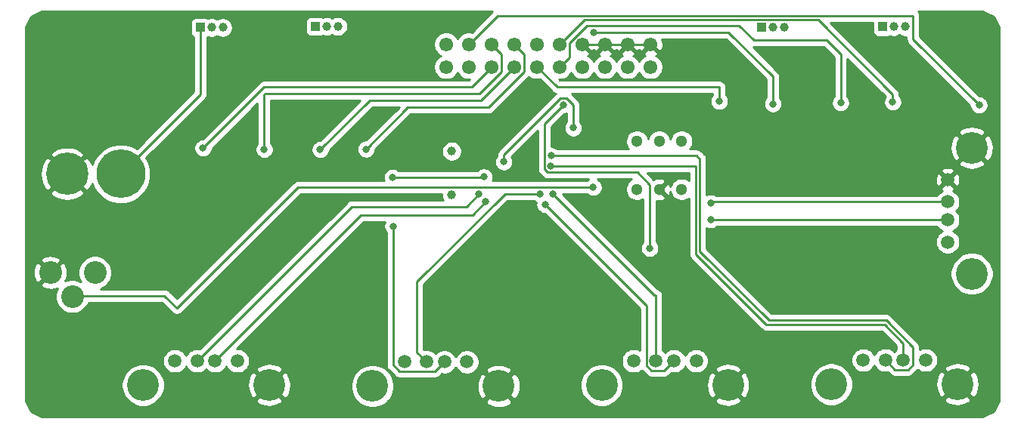
<source format=gbr>
%TF.GenerationSoftware,KiCad,Pcbnew,(5.1.6)-1*%
%TF.CreationDate,2020-10-27T11:33:51-07:00*%
%TF.ProjectId,main,6d61696e-2e6b-4696-9361-645f70636258,rev?*%
%TF.SameCoordinates,Original*%
%TF.FileFunction,Copper,L2,Bot*%
%TF.FilePolarity,Positive*%
%FSLAX46Y46*%
G04 Gerber Fmt 4.6, Leading zero omitted, Abs format (unit mm)*
G04 Created by KiCad (PCBNEW (5.1.6)-1) date 2020-10-27 11:33:51*
%MOMM*%
%LPD*%
G01*
G04 APERTURE LIST*
%TA.AperFunction,ComponentPad*%
%ADD10C,1.000000*%
%TD*%
%TA.AperFunction,ComponentPad*%
%ADD11C,1.300000*%
%TD*%
%TA.AperFunction,ComponentPad*%
%ADD12C,3.570000*%
%TD*%
%TA.AperFunction,ComponentPad*%
%ADD13C,1.500000*%
%TD*%
%TA.AperFunction,ComponentPad*%
%ADD14R,1.000000X1.000000*%
%TD*%
%TA.AperFunction,ComponentPad*%
%ADD15C,2.550000*%
%TD*%
%TA.AperFunction,ComponentPad*%
%ADD16C,1.550000*%
%TD*%
%TA.AperFunction,ComponentPad*%
%ADD17C,4.740000*%
%TD*%
%TA.AperFunction,ComponentPad*%
%ADD18C,5.460000*%
%TD*%
%TA.AperFunction,ViaPad*%
%ADD19C,0.800000*%
%TD*%
%TA.AperFunction,Conductor*%
%ADD20C,0.250000*%
%TD*%
%TA.AperFunction,Conductor*%
%ADD21C,0.254000*%
%TD*%
G04 APERTURE END LIST*
D10*
%TO.P,Y101,2*%
%TO.N,Net-(IC101-Pad2)*%
X125933200Y-95184900D03*
%TO.P,Y101,1*%
%TO.N,Net-(IC101-Pad3)*%
X125933200Y-100064900D03*
%TD*%
D11*
%TO.P,S101,6*%
%TO.N,Net-(IC101-Pad17)*%
X146674200Y-99474000D03*
%TO.P,S101,5*%
%TO.N,GND*%
X149174200Y-99474000D03*
%TO.P,S101,4*%
%TO.N,Net-(S101-Pad4)*%
X151674200Y-99474000D03*
%TO.P,S101,3*%
%TO.N,Net-(S101-Pad3)*%
X146674200Y-94074000D03*
%TO.P,S101,2*%
%TO.N,Net-(S101-Pad2)*%
X149174200Y-94074000D03*
%TO.P,S101,1*%
%TO.N,Net-(S101-Pad1)*%
X151674200Y-94074000D03*
%TD*%
D12*
%TO.P,J901,6*%
%TO.N,GND*%
X105520400Y-121421100D03*
%TO.P,J901,5*%
%TO.N,Net-(J901-Pad5)*%
X91380400Y-121421100D03*
D13*
%TO.P,J901,4*%
%TO.N,Net-(J901-Pad4)*%
X101950400Y-118711100D03*
%TO.P,J901,3*%
%TO.N,/D1+*%
X99450400Y-118711100D03*
%TO.P,J901,2*%
%TO.N,/D1-*%
X97450400Y-118711100D03*
%TO.P,J901,1*%
%TO.N,+5V*%
X94950400Y-118711100D03*
%TD*%
D12*
%TO.P,J801,6*%
%TO.N,GND*%
X131204033Y-121535400D03*
%TO.P,J801,5*%
%TO.N,Net-(J801-Pad5)*%
X117064033Y-121535400D03*
D13*
%TO.P,J801,4*%
%TO.N,Net-(J801-Pad4)*%
X127634033Y-118825400D03*
%TO.P,J801,3*%
%TO.N,/D2+*%
X125134033Y-118825400D03*
%TO.P,J801,2*%
%TO.N,/D2-*%
X123134033Y-118825400D03*
%TO.P,J801,1*%
%TO.N,+5V*%
X120634033Y-118825400D03*
%TD*%
D12*
%TO.P,J701,6*%
%TO.N,GND*%
X156887666Y-121421100D03*
%TO.P,J701,5*%
%TO.N,Net-(J701-Pad5)*%
X142747666Y-121421100D03*
D13*
%TO.P,J701,4*%
%TO.N,Net-(J701-Pad4)*%
X153317666Y-118711100D03*
%TO.P,J701,3*%
%TO.N,/D3+*%
X150817666Y-118711100D03*
%TO.P,J701,2*%
%TO.N,/D3-*%
X148817666Y-118711100D03*
%TO.P,J701,1*%
%TO.N,+5V*%
X146317666Y-118711100D03*
%TD*%
D12*
%TO.P,J601,6*%
%TO.N,GND*%
X182571300Y-121332200D03*
%TO.P,J601,5*%
%TO.N,Net-(J601-Pad5)*%
X168431300Y-121332200D03*
D13*
%TO.P,J601,4*%
%TO.N,Net-(J601-Pad4)*%
X179001300Y-118622200D03*
%TO.P,J601,3*%
%TO.N,/D4+*%
X176501300Y-118622200D03*
%TO.P,J601,2*%
%TO.N,/D4-*%
X174501300Y-118622200D03*
%TO.P,J601,1*%
%TO.N,+5V*%
X172001300Y-118622200D03*
%TD*%
D10*
%TO.P,J501,3*%
%TO.N,Net-(J501-Pad3)*%
X176687800Y-81216500D03*
%TO.P,J501,2*%
%TO.N,Net-(J501-Pad2)*%
X175437800Y-81216500D03*
D14*
%TO.P,J501,1*%
%TO.N,+12V*%
X174187800Y-81216500D03*
%TD*%
D10*
%TO.P,J401,3*%
%TO.N,Net-(J401-Pad3)*%
X163155000Y-81280000D03*
%TO.P,J401,2*%
%TO.N,Net-(J401-Pad2)*%
X161905000Y-81280000D03*
D14*
%TO.P,J401,1*%
%TO.N,+12V*%
X160655000Y-81280000D03*
%TD*%
D10*
%TO.P,J301,3*%
%TO.N,Net-(J301-Pad3)*%
X113205900Y-81191100D03*
%TO.P,J301,2*%
%TO.N,Net-(J301-Pad2)*%
X111955900Y-81191100D03*
D14*
%TO.P,J301,1*%
%TO.N,+12V*%
X110705900Y-81191100D03*
%TD*%
D10*
%TO.P,J201,3*%
%TO.N,Net-(J201-Pad3)*%
X100310000Y-81318100D03*
%TO.P,J201,2*%
%TO.N,Net-(J201-Pad2)*%
X99060000Y-81318100D03*
D14*
%TO.P,J201,1*%
%TO.N,+12V*%
X97810000Y-81318100D03*
%TD*%
D15*
%TO.P,J104,3*%
%TO.N,Net-(IC101-Pad19)*%
X83472400Y-111500900D03*
%TO.P,J104,2*%
%TO.N,GND*%
X81012400Y-108800900D03*
%TO.P,J104,1*%
%TO.N,+5V*%
X86012400Y-108800900D03*
%TD*%
D16*
%TO.P,J103,20*%
%TO.N,GND*%
X148196300Y-83210400D03*
%TO.P,J103,19*%
%TO.N,+5V*%
X148196300Y-85750400D03*
%TO.P,J103,18*%
%TO.N,GND*%
X145656300Y-83210400D03*
%TO.P,J103,17*%
%TO.N,+5V*%
X145656300Y-85750400D03*
%TO.P,J103,16*%
%TO.N,GND*%
X143116300Y-83210400D03*
%TO.P,J103,15*%
%TO.N,+5V*%
X143116300Y-85750400D03*
%TO.P,J103,14*%
%TO.N,GND*%
X140576300Y-83210400D03*
%TO.P,J103,13*%
%TO.N,+12V*%
X140576300Y-85750400D03*
%TO.P,J103,12*%
%TO.N,/L4R*%
X138036300Y-83210400D03*
%TO.P,J103,11*%
%TO.N,/L4G*%
X138036300Y-85750400D03*
%TO.P,J103,10*%
%TO.N,/L3R*%
X135496300Y-83210400D03*
%TO.P,J103,9*%
%TO.N,/L3G*%
X135496300Y-85750400D03*
%TO.P,J103,8*%
%TO.N,/L2R*%
X132956300Y-83210400D03*
%TO.P,J103,7*%
%TO.N,/L2G*%
X132956300Y-85750400D03*
%TO.P,J103,6*%
%TO.N,/L1R*%
X130416300Y-83210400D03*
%TO.P,J103,5*%
%TO.N,/L1G*%
X130416300Y-85750400D03*
%TO.P,J103,4*%
%TO.N,/USB4*%
X127876300Y-83210400D03*
%TO.P,J103,3*%
%TO.N,/USB3*%
X127876300Y-85750400D03*
%TO.P,J103,2*%
%TO.N,/USB2*%
X125336300Y-83210400D03*
%TO.P,J103,1*%
%TO.N,/USB1*%
X125336300Y-85750400D03*
%TD*%
D12*
%TO.P,J102,6*%
%TO.N,GND*%
X184171800Y-94809400D03*
%TO.P,J102,5*%
%TO.N,Net-(J102-Pad5)*%
X184171800Y-108949400D03*
D13*
%TO.P,J102,4*%
%TO.N,GND*%
X181461800Y-98379400D03*
%TO.P,J102,3*%
%TO.N,/D0+*%
X181461800Y-100879400D03*
%TO.P,J102,2*%
%TO.N,/DO-*%
X181461800Y-102879400D03*
%TO.P,J102,1*%
%TO.N,+5V*%
X181461800Y-105379400D03*
%TD*%
D17*
%TO.P,J101,2*%
%TO.N,GND*%
X82887300Y-97739200D03*
D18*
%TO.P,J101,1*%
%TO.N,+12V*%
X88887300Y-97739200D03*
%TD*%
D19*
%TO.N,/D1+*%
X129755900Y-100863400D03*
%TO.N,/D1-*%
X128993900Y-100025200D03*
%TO.N,/D2+*%
X119367300Y-103606600D03*
X119329200Y-98145600D03*
X129552700Y-98069400D03*
%TO.N,/D2-*%
X135801100Y-99964899D03*
%TO.N,/D3+*%
X136385300Y-101168200D03*
%TO.N,/D3-*%
X137287000Y-99987100D03*
%TO.N,/D4+*%
X137020300Y-96850200D03*
%TO.N,/D4-*%
X137083800Y-95707200D03*
%TO.N,/USB3*%
X148107400Y-106070400D03*
X138468100Y-89979500D03*
%TO.N,/USB4*%
X184975500Y-90011002D03*
%TO.N,/L2R*%
X116370100Y-94970600D03*
%TO.N,/L2G*%
X111226600Y-95008700D03*
%TO.N,/L1R*%
X104952800Y-94996000D03*
%TO.N,/L1G*%
X98094800Y-94830900D03*
%TO.N,/L4R*%
X175310800Y-89674700D03*
%TO.N,/L4G*%
X169481500Y-89763600D03*
%TO.N,/L3R*%
X161899600Y-89877900D03*
X141795500Y-81851500D03*
%TO.N,/L3G*%
X155892500Y-89598500D03*
%TO.N,/VD18*%
X131775200Y-96393000D03*
X139547600Y-92583000D03*
%TO.N,Net-(IC101-Pad19)*%
X141784899Y-99239899D03*
%TO.N,/D0+*%
X154965400Y-101003100D03*
%TO.N,/DO-*%
X154978100Y-102870000D03*
%TD*%
D20*
%TO.N,GND*%
X140576300Y-83210400D02*
X148196300Y-83210400D01*
%TO.N,/D1+*%
X99450400Y-118711100D02*
X115799500Y-102362000D01*
X115799500Y-102362000D02*
X128257300Y-102362000D01*
X128257300Y-102362000D02*
X129755900Y-100863400D01*
%TO.N,/D1-*%
X97450400Y-118711100D02*
X114764700Y-101396800D01*
X114764700Y-101396800D02*
X127622300Y-101396800D01*
X127622300Y-101396800D02*
X128993900Y-100025200D01*
%TO.N,/D2+*%
X125134033Y-118825400D02*
X124059032Y-119900401D01*
X120118032Y-119900401D02*
X119367300Y-119149669D01*
X124059032Y-119900401D02*
X120118032Y-119900401D01*
X119367300Y-119149669D02*
X119367300Y-103606600D01*
X119329200Y-98145600D02*
X129476500Y-98145600D01*
X129476500Y-98145600D02*
X129552700Y-98069400D01*
%TO.N,/D2-*%
X122059032Y-117750399D02*
X122059032Y-109817568D01*
X123134033Y-118825400D02*
X122059032Y-117750399D01*
X122059032Y-109817568D02*
X131911701Y-99964899D01*
X131911701Y-99964899D02*
X135801100Y-99964899D01*
%TO.N,/D3+*%
X149742665Y-119786101D02*
X148301665Y-119786101D01*
X147742665Y-119227101D02*
X147742665Y-112525565D01*
X147742665Y-112525565D02*
X136385300Y-101168200D01*
X150817666Y-118711100D02*
X149742665Y-119786101D01*
X148301665Y-119786101D02*
X147742665Y-119227101D01*
%TO.N,/D3-*%
X148652566Y-111352666D02*
X137287000Y-99987100D01*
X148817666Y-118711100D02*
X148817666Y-111352666D01*
X148817666Y-111352666D02*
X148652566Y-111352666D01*
%TO.N,/D4+*%
X161124900Y-114617500D02*
X153263600Y-106756200D01*
X153263600Y-96850200D02*
X137020300Y-96850200D01*
X176501300Y-118622200D02*
X176501300Y-116722400D01*
X176501300Y-116722400D02*
X174396400Y-114617500D01*
X153263600Y-106756200D02*
X153263600Y-96850200D01*
X174396400Y-114617500D02*
X161124900Y-114617500D01*
%TO.N,/D4-*%
X177576301Y-119138201D02*
X177576301Y-117160991D01*
X177017301Y-119697201D02*
X177576301Y-119138201D01*
X177576301Y-117160991D02*
X174575610Y-114160300D01*
X174501300Y-118622200D02*
X175576301Y-119697201D01*
X175576301Y-119697201D02*
X177017301Y-119697201D01*
X174575610Y-114160300D02*
X161455100Y-114160300D01*
X153713610Y-106418810D02*
X153713610Y-96081010D01*
X161455100Y-114160300D02*
X153713610Y-106418810D01*
X153713610Y-96081010D02*
X153339800Y-95707200D01*
X153339800Y-95707200D02*
X137083800Y-95707200D01*
%TO.N,/USB3*%
X136295299Y-92152301D02*
X138468100Y-89979500D01*
X148107400Y-98971100D02*
X146711501Y-97575201D01*
X136295299Y-97198201D02*
X136295299Y-92152301D01*
X148107400Y-106070400D02*
X148107400Y-98971100D01*
X146711501Y-97575201D02*
X136672299Y-97575201D01*
X136672299Y-97575201D02*
X136295299Y-97198201D01*
%TO.N,/USB4*%
X131081710Y-80004990D02*
X177604490Y-80004990D01*
X127876300Y-83210400D02*
X131081710Y-80004990D01*
X177604490Y-80004990D02*
X177604490Y-82639992D01*
X177604490Y-82639992D02*
X184975500Y-90011002D01*
%TO.N,+12V*%
X88887300Y-97739200D02*
X97802700Y-88823800D01*
X97802700Y-83731100D02*
X97810000Y-83723800D01*
X97802700Y-88823800D02*
X97802700Y-83731100D01*
X97810000Y-83863500D02*
X97810000Y-83723800D01*
X97810000Y-83723800D02*
X97810000Y-81318100D01*
%TO.N,/L2R*%
X116370100Y-94970600D02*
X121043700Y-90297000D01*
X134056301Y-84310401D02*
X132956300Y-83210400D01*
X134056301Y-86278401D02*
X134056301Y-84310401D01*
X130037702Y-90297000D02*
X134056301Y-86278401D01*
X121043700Y-90297000D02*
X130037702Y-90297000D01*
%TO.N,/L2G*%
X111226600Y-95008700D02*
X116776500Y-89458800D01*
X129247900Y-89458800D02*
X132956300Y-85750400D01*
X116776500Y-89458800D02*
X129247900Y-89458800D01*
%TO.N,/L1R*%
X104952800Y-94996000D02*
X104952800Y-88849200D01*
X104952800Y-88849200D02*
X105092500Y-88709500D01*
X131516301Y-84310401D02*
X130416300Y-83210400D01*
X131516301Y-86278401D02*
X131516301Y-84310401D01*
X129085202Y-88709500D02*
X131516301Y-86278401D01*
X105092500Y-88709500D02*
X129085202Y-88709500D01*
%TO.N,/L1G*%
X98094800Y-94830900D02*
X104952800Y-87972900D01*
X128193800Y-87972900D02*
X130416300Y-85750400D01*
X104952800Y-87972900D02*
X128193800Y-87972900D01*
%TO.N,/L4R*%
X139136301Y-82110399D02*
X138036300Y-83210400D01*
X166954699Y-80454999D02*
X140791701Y-80454999D01*
X140791701Y-80454999D02*
X139136301Y-82110399D01*
X175310800Y-88811100D02*
X166954699Y-80454999D01*
X175310800Y-89674700D02*
X175310800Y-88811100D01*
%TO.N,/L4G*%
X169481500Y-89763600D02*
X169481500Y-84315300D01*
X169481500Y-84315300D02*
X167906700Y-82740500D01*
X167906700Y-82740500D02*
X159766000Y-82740500D01*
X159766000Y-82740500D02*
X158115000Y-81089500D01*
X139136301Y-83022397D02*
X139136301Y-84650399D01*
X141069198Y-81089500D02*
X139136301Y-83022397D01*
X139136301Y-84650399D02*
X138036300Y-85750400D01*
X158115000Y-81089500D02*
X141069198Y-81089500D01*
%TO.N,/L3R*%
X161899600Y-89877900D02*
X161899600Y-86804500D01*
X161899600Y-86804500D02*
X156946600Y-81851500D01*
X156946600Y-81851500D02*
X141795500Y-81851500D01*
%TO.N,/L3G*%
X155892500Y-89598500D02*
X155892500Y-87985600D01*
X137731500Y-87985600D02*
X135496300Y-85750400D01*
X155892500Y-87985600D02*
X137731500Y-87985600D01*
%TO.N,/VD18*%
X131775200Y-95599398D02*
X138120099Y-89254499D01*
X138120099Y-89254499D02*
X138816101Y-89254499D01*
X138816101Y-89254499D02*
X139547600Y-89985998D01*
X131775200Y-96393000D02*
X131775200Y-95599398D01*
X139547600Y-89985998D02*
X139547600Y-92583000D01*
%TO.N,Net-(IC101-Pad19)*%
X141784899Y-99239899D02*
X108722601Y-99239899D01*
X83586700Y-111386600D02*
X83472400Y-111500900D01*
X95178900Y-112783600D02*
X93781900Y-111386600D01*
X108722601Y-99239899D02*
X95178900Y-112783600D01*
X93781900Y-111386600D02*
X83586700Y-111386600D01*
%TO.N,/D0+*%
X181461800Y-100879400D02*
X155089100Y-100879400D01*
X155089100Y-100879400D02*
X154965400Y-101003100D01*
%TO.N,/DO-*%
X181461800Y-102879400D02*
X154987500Y-102879400D01*
X154987500Y-102879400D02*
X154978100Y-102870000D01*
%TD*%
D21*
%TO.N,GND*%
G36*
X128178926Y-81832973D02*
G01*
X128015173Y-81800400D01*
X127737427Y-81800400D01*
X127465018Y-81854586D01*
X127208415Y-81960875D01*
X126977478Y-82115182D01*
X126781082Y-82311578D01*
X126626775Y-82542515D01*
X126606300Y-82591946D01*
X126585825Y-82542515D01*
X126431518Y-82311578D01*
X126235122Y-82115182D01*
X126004185Y-81960875D01*
X125747582Y-81854586D01*
X125475173Y-81800400D01*
X125197427Y-81800400D01*
X124925018Y-81854586D01*
X124668415Y-81960875D01*
X124437478Y-82115182D01*
X124241082Y-82311578D01*
X124086775Y-82542515D01*
X123980486Y-82799118D01*
X123926300Y-83071527D01*
X123926300Y-83349273D01*
X123980486Y-83621682D01*
X124086775Y-83878285D01*
X124241082Y-84109222D01*
X124437478Y-84305618D01*
X124668415Y-84459925D01*
X124717846Y-84480400D01*
X124668415Y-84500875D01*
X124437478Y-84655182D01*
X124241082Y-84851578D01*
X124086775Y-85082515D01*
X123980486Y-85339118D01*
X123926300Y-85611527D01*
X123926300Y-85889273D01*
X123980486Y-86161682D01*
X124086775Y-86418285D01*
X124241082Y-86649222D01*
X124437478Y-86845618D01*
X124668415Y-86999925D01*
X124925018Y-87106214D01*
X125197427Y-87160400D01*
X125475173Y-87160400D01*
X125747582Y-87106214D01*
X126004185Y-86999925D01*
X126235122Y-86845618D01*
X126431518Y-86649222D01*
X126585825Y-86418285D01*
X126606300Y-86368854D01*
X126626775Y-86418285D01*
X126781082Y-86649222D01*
X126977478Y-86845618D01*
X127208415Y-86999925D01*
X127465018Y-87106214D01*
X127737427Y-87160400D01*
X127931499Y-87160400D01*
X127878999Y-87212900D01*
X104990133Y-87212900D01*
X104952800Y-87209223D01*
X104915467Y-87212900D01*
X104803814Y-87223897D01*
X104660553Y-87267354D01*
X104528524Y-87337926D01*
X104412799Y-87432899D01*
X104389001Y-87461897D01*
X98054999Y-93795900D01*
X97992861Y-93795900D01*
X97792902Y-93835674D01*
X97604544Y-93913695D01*
X97435026Y-94026963D01*
X97290863Y-94171126D01*
X97177595Y-94340644D01*
X97099574Y-94529002D01*
X97059800Y-94728961D01*
X97059800Y-94932839D01*
X97099574Y-95132798D01*
X97177595Y-95321156D01*
X97290863Y-95490674D01*
X97435026Y-95634837D01*
X97604544Y-95748105D01*
X97792902Y-95826126D01*
X97992861Y-95865900D01*
X98196739Y-95865900D01*
X98396698Y-95826126D01*
X98585056Y-95748105D01*
X98754574Y-95634837D01*
X98898737Y-95490674D01*
X99012005Y-95321156D01*
X99090026Y-95132798D01*
X99129800Y-94932839D01*
X99129800Y-94870701D01*
X104192801Y-89807701D01*
X104192800Y-94292289D01*
X104148863Y-94336226D01*
X104035595Y-94505744D01*
X103957574Y-94694102D01*
X103917800Y-94894061D01*
X103917800Y-95097939D01*
X103957574Y-95297898D01*
X104035595Y-95486256D01*
X104148863Y-95655774D01*
X104293026Y-95799937D01*
X104462544Y-95913205D01*
X104650902Y-95991226D01*
X104850861Y-96031000D01*
X105054739Y-96031000D01*
X105254698Y-95991226D01*
X105443056Y-95913205D01*
X105612574Y-95799937D01*
X105756737Y-95655774D01*
X105870005Y-95486256D01*
X105948026Y-95297898D01*
X105987800Y-95097939D01*
X105987800Y-94894061D01*
X105948026Y-94694102D01*
X105870005Y-94505744D01*
X105756737Y-94336226D01*
X105712800Y-94292289D01*
X105712800Y-89469500D01*
X115690998Y-89469500D01*
X111186799Y-93973700D01*
X111124661Y-93973700D01*
X110924702Y-94013474D01*
X110736344Y-94091495D01*
X110566826Y-94204763D01*
X110422663Y-94348926D01*
X110309395Y-94518444D01*
X110231374Y-94706802D01*
X110191600Y-94906761D01*
X110191600Y-95110639D01*
X110231374Y-95310598D01*
X110309395Y-95498956D01*
X110422663Y-95668474D01*
X110566826Y-95812637D01*
X110736344Y-95925905D01*
X110924702Y-96003926D01*
X111124661Y-96043700D01*
X111328539Y-96043700D01*
X111528498Y-96003926D01*
X111716856Y-95925905D01*
X111886374Y-95812637D01*
X112030537Y-95668474D01*
X112143805Y-95498956D01*
X112221826Y-95310598D01*
X112261600Y-95110639D01*
X112261600Y-95048501D01*
X117091302Y-90218800D01*
X120047098Y-90218800D01*
X116330299Y-93935600D01*
X116268161Y-93935600D01*
X116068202Y-93975374D01*
X115879844Y-94053395D01*
X115710326Y-94166663D01*
X115566163Y-94310826D01*
X115452895Y-94480344D01*
X115374874Y-94668702D01*
X115335100Y-94868661D01*
X115335100Y-95072539D01*
X115374874Y-95272498D01*
X115452895Y-95460856D01*
X115566163Y-95630374D01*
X115710326Y-95774537D01*
X115879844Y-95887805D01*
X116068202Y-95965826D01*
X116268161Y-96005600D01*
X116472039Y-96005600D01*
X116671998Y-95965826D01*
X116860356Y-95887805D01*
X117029874Y-95774537D01*
X117174037Y-95630374D01*
X117287305Y-95460856D01*
X117365326Y-95272498D01*
X117404986Y-95073112D01*
X124798200Y-95073112D01*
X124798200Y-95296688D01*
X124841817Y-95515967D01*
X124927376Y-95722524D01*
X125051588Y-95908420D01*
X125209680Y-96066512D01*
X125395576Y-96190724D01*
X125602133Y-96276283D01*
X125821412Y-96319900D01*
X126044988Y-96319900D01*
X126264267Y-96276283D01*
X126470824Y-96190724D01*
X126656720Y-96066512D01*
X126814812Y-95908420D01*
X126939024Y-95722524D01*
X127024583Y-95515967D01*
X127068200Y-95296688D01*
X127068200Y-95073112D01*
X127024583Y-94853833D01*
X126939024Y-94647276D01*
X126814812Y-94461380D01*
X126656720Y-94303288D01*
X126470824Y-94179076D01*
X126264267Y-94093517D01*
X126044988Y-94049900D01*
X125821412Y-94049900D01*
X125602133Y-94093517D01*
X125395576Y-94179076D01*
X125209680Y-94303288D01*
X125051588Y-94461380D01*
X124927376Y-94647276D01*
X124841817Y-94853833D01*
X124798200Y-95073112D01*
X117404986Y-95073112D01*
X117405100Y-95072539D01*
X117405100Y-95010401D01*
X121358502Y-91057000D01*
X130000380Y-91057000D01*
X130037702Y-91060676D01*
X130075024Y-91057000D01*
X130075035Y-91057000D01*
X130186688Y-91046003D01*
X130329949Y-91002546D01*
X130461978Y-90931974D01*
X130577703Y-90837001D01*
X130601506Y-90807997D01*
X134567305Y-86842199D01*
X134582000Y-86830140D01*
X134597478Y-86845618D01*
X134828415Y-86999925D01*
X135085018Y-87106214D01*
X135357427Y-87160400D01*
X135635173Y-87160400D01*
X135798926Y-87127827D01*
X137167701Y-88496603D01*
X137191499Y-88525601D01*
X137220497Y-88549399D01*
X137307223Y-88620574D01*
X137420823Y-88681295D01*
X137439253Y-88691146D01*
X137567369Y-88730009D01*
X137556300Y-88743496D01*
X131264198Y-95035599D01*
X131235200Y-95059397D01*
X131211402Y-95088395D01*
X131211401Y-95088396D01*
X131140226Y-95175122D01*
X131069654Y-95307152D01*
X131062115Y-95332007D01*
X131026197Y-95450412D01*
X131015200Y-95562065D01*
X131015200Y-95562076D01*
X131011524Y-95599398D01*
X131015200Y-95636720D01*
X131015200Y-95689289D01*
X130971263Y-95733226D01*
X130857995Y-95902744D01*
X130779974Y-96091102D01*
X130740200Y-96291061D01*
X130740200Y-96494939D01*
X130779974Y-96694898D01*
X130857995Y-96883256D01*
X130971263Y-97052774D01*
X131115426Y-97196937D01*
X131284944Y-97310205D01*
X131473302Y-97388226D01*
X131673261Y-97428000D01*
X131877139Y-97428000D01*
X132077098Y-97388226D01*
X132265456Y-97310205D01*
X132434974Y-97196937D01*
X132579137Y-97052774D01*
X132692405Y-96883256D01*
X132770426Y-96694898D01*
X132810200Y-96494939D01*
X132810200Y-96291061D01*
X132770426Y-96091102D01*
X132692405Y-95902744D01*
X132634026Y-95815373D01*
X135535300Y-92914100D01*
X135535299Y-97160878D01*
X135531623Y-97198201D01*
X135535299Y-97235523D01*
X135535299Y-97235533D01*
X135546296Y-97347186D01*
X135588351Y-97485826D01*
X135589753Y-97490447D01*
X135660325Y-97622477D01*
X135686308Y-97654137D01*
X135755298Y-97738202D01*
X135784302Y-97762005D01*
X136108495Y-98086198D01*
X136132298Y-98115202D01*
X136248023Y-98210175D01*
X136377160Y-98279201D01*
X136380052Y-98280747D01*
X136523313Y-98324204D01*
X136672299Y-98338878D01*
X136709632Y-98335201D01*
X141275925Y-98335201D01*
X141125125Y-98435962D01*
X141081188Y-98479899D01*
X130502942Y-98479899D01*
X130547926Y-98371298D01*
X130587700Y-98171339D01*
X130587700Y-97967461D01*
X130547926Y-97767502D01*
X130469905Y-97579144D01*
X130356637Y-97409626D01*
X130212474Y-97265463D01*
X130042956Y-97152195D01*
X129854598Y-97074174D01*
X129654639Y-97034400D01*
X129450761Y-97034400D01*
X129250802Y-97074174D01*
X129062444Y-97152195D01*
X128892926Y-97265463D01*
X128772789Y-97385600D01*
X120032911Y-97385600D01*
X119988974Y-97341663D01*
X119819456Y-97228395D01*
X119631098Y-97150374D01*
X119431139Y-97110600D01*
X119227261Y-97110600D01*
X119027302Y-97150374D01*
X118838944Y-97228395D01*
X118669426Y-97341663D01*
X118525263Y-97485826D01*
X118411995Y-97655344D01*
X118333974Y-97843702D01*
X118294200Y-98043661D01*
X118294200Y-98247539D01*
X118333974Y-98447498D01*
X118347395Y-98479899D01*
X108759926Y-98479899D01*
X108722601Y-98476223D01*
X108685276Y-98479899D01*
X108685268Y-98479899D01*
X108573615Y-98490896D01*
X108430354Y-98534353D01*
X108298325Y-98604925D01*
X108182600Y-98699898D01*
X108158802Y-98728896D01*
X95178900Y-111708799D01*
X94345704Y-110875603D01*
X94321901Y-110846599D01*
X94206176Y-110751626D01*
X94074147Y-110681054D01*
X93930886Y-110637597D01*
X93819233Y-110626600D01*
X93819222Y-110626600D01*
X93781900Y-110622924D01*
X93744578Y-110626600D01*
X86595842Y-110626600D01*
X86917124Y-110493520D01*
X87229954Y-110284494D01*
X87495994Y-110018454D01*
X87705020Y-109705624D01*
X87849000Y-109358027D01*
X87922400Y-108989019D01*
X87922400Y-108612781D01*
X87849000Y-108243773D01*
X87705020Y-107896176D01*
X87495994Y-107583346D01*
X87229954Y-107317306D01*
X86917124Y-107108280D01*
X86569527Y-106964300D01*
X86200519Y-106890900D01*
X85824281Y-106890900D01*
X85455273Y-106964300D01*
X85107676Y-107108280D01*
X84794846Y-107317306D01*
X84528806Y-107583346D01*
X84319780Y-107896176D01*
X84175800Y-108243773D01*
X84102400Y-108612781D01*
X84102400Y-108989019D01*
X84175800Y-109358027D01*
X84319780Y-109705624D01*
X84397445Y-109821858D01*
X84377124Y-109808280D01*
X84029527Y-109664300D01*
X83660519Y-109590900D01*
X83284281Y-109590900D01*
X82915273Y-109664300D01*
X82664083Y-109768347D01*
X82804696Y-109487314D01*
X82904171Y-109124465D01*
X82930945Y-108749182D01*
X82883991Y-108375885D01*
X82765113Y-108018922D01*
X82636345Y-107778016D01*
X82343815Y-107649090D01*
X81192005Y-108800900D01*
X81206148Y-108815043D01*
X81026543Y-108994648D01*
X81012400Y-108980505D01*
X79860590Y-110132315D01*
X79989516Y-110424845D01*
X80325986Y-110593196D01*
X80688835Y-110692671D01*
X81064118Y-110719445D01*
X81437415Y-110672491D01*
X81794378Y-110553613D01*
X81815910Y-110542104D01*
X81779780Y-110596176D01*
X81635800Y-110943773D01*
X81562400Y-111312781D01*
X81562400Y-111689019D01*
X81635800Y-112058027D01*
X81779780Y-112405624D01*
X81988806Y-112718454D01*
X82254846Y-112984494D01*
X82567676Y-113193520D01*
X82915273Y-113337500D01*
X83284281Y-113410900D01*
X83660519Y-113410900D01*
X84029527Y-113337500D01*
X84377124Y-113193520D01*
X84689954Y-112984494D01*
X84955994Y-112718454D01*
X85165020Y-112405624D01*
X85272312Y-112146600D01*
X93467099Y-112146600D01*
X94615101Y-113294603D01*
X94638899Y-113323601D01*
X94754624Y-113418574D01*
X94886654Y-113489146D01*
X94963229Y-113512374D01*
X95029913Y-113532602D01*
X95178899Y-113547276D01*
X95178900Y-113547276D01*
X95327885Y-113532602D01*
X95471146Y-113489146D01*
X95603176Y-113418574D01*
X95689902Y-113347399D01*
X95689907Y-113347394D01*
X95718900Y-113323600D01*
X95742694Y-113294607D01*
X109037403Y-99999899D01*
X124798200Y-99999899D01*
X124798200Y-100176688D01*
X124841817Y-100395967D01*
X124927376Y-100602524D01*
X124950279Y-100636800D01*
X114802023Y-100636800D01*
X114764700Y-100633124D01*
X114727377Y-100636800D01*
X114727367Y-100636800D01*
X114615714Y-100647797D01*
X114493156Y-100684974D01*
X114472453Y-100691254D01*
X114340423Y-100761826D01*
X114304830Y-100791037D01*
X114224699Y-100856799D01*
X114200901Y-100885797D01*
X97731765Y-117354933D01*
X97586811Y-117326100D01*
X97313989Y-117326100D01*
X97046411Y-117379325D01*
X96794357Y-117483729D01*
X96567514Y-117635301D01*
X96374601Y-117828214D01*
X96223029Y-118055057D01*
X96200400Y-118109688D01*
X96177771Y-118055057D01*
X96026199Y-117828214D01*
X95833286Y-117635301D01*
X95606443Y-117483729D01*
X95354389Y-117379325D01*
X95086811Y-117326100D01*
X94813989Y-117326100D01*
X94546411Y-117379325D01*
X94294357Y-117483729D01*
X94067514Y-117635301D01*
X93874601Y-117828214D01*
X93723029Y-118055057D01*
X93618625Y-118307111D01*
X93565400Y-118574689D01*
X93565400Y-118847511D01*
X93618625Y-119115089D01*
X93723029Y-119367143D01*
X93874601Y-119593986D01*
X94067514Y-119786899D01*
X94294357Y-119938471D01*
X94546411Y-120042875D01*
X94813989Y-120096100D01*
X95086811Y-120096100D01*
X95354389Y-120042875D01*
X95606443Y-119938471D01*
X95833286Y-119786899D01*
X96026199Y-119593986D01*
X96177771Y-119367143D01*
X96200400Y-119312512D01*
X96223029Y-119367143D01*
X96374601Y-119593986D01*
X96567514Y-119786899D01*
X96794357Y-119938471D01*
X97046411Y-120042875D01*
X97313989Y-120096100D01*
X97586811Y-120096100D01*
X97854389Y-120042875D01*
X98106443Y-119938471D01*
X98333286Y-119786899D01*
X98450400Y-119669785D01*
X98567514Y-119786899D01*
X98794357Y-119938471D01*
X99046411Y-120042875D01*
X99313989Y-120096100D01*
X99586811Y-120096100D01*
X99854389Y-120042875D01*
X100106443Y-119938471D01*
X100333286Y-119786899D01*
X100526199Y-119593986D01*
X100677771Y-119367143D01*
X100700400Y-119312512D01*
X100723029Y-119367143D01*
X100874601Y-119593986D01*
X101067514Y-119786899D01*
X101294357Y-119938471D01*
X101546411Y-120042875D01*
X101813989Y-120096100D01*
X102086811Y-120096100D01*
X102354389Y-120042875D01*
X102606443Y-119938471D01*
X102833286Y-119786899D01*
X102893601Y-119726584D01*
X104005489Y-119726584D01*
X105520400Y-121241495D01*
X107035311Y-119726584D01*
X106845027Y-119381843D01*
X106421735Y-119162605D01*
X105963805Y-119030160D01*
X105488836Y-118989597D01*
X105015080Y-119042476D01*
X104560744Y-119186763D01*
X104195773Y-119381843D01*
X104005489Y-119726584D01*
X102893601Y-119726584D01*
X103026199Y-119593986D01*
X103177771Y-119367143D01*
X103282175Y-119115089D01*
X103335400Y-118847511D01*
X103335400Y-118574689D01*
X103282175Y-118307111D01*
X103177771Y-118055057D01*
X103026199Y-117828214D01*
X102833286Y-117635301D01*
X102606443Y-117483729D01*
X102354389Y-117379325D01*
X102086811Y-117326100D01*
X101910201Y-117326100D01*
X116114302Y-103122000D01*
X118447752Y-103122000D01*
X118372074Y-103304702D01*
X118332300Y-103504661D01*
X118332300Y-103708539D01*
X118372074Y-103908498D01*
X118450095Y-104096856D01*
X118563363Y-104266374D01*
X118607301Y-104310312D01*
X118607300Y-119112347D01*
X118603624Y-119149669D01*
X118607300Y-119186991D01*
X118607300Y-119187001D01*
X118618297Y-119298654D01*
X118654089Y-119416646D01*
X118661754Y-119441915D01*
X118732326Y-119573945D01*
X118760401Y-119608154D01*
X118827299Y-119689670D01*
X118856302Y-119713472D01*
X119554237Y-120411409D01*
X119578031Y-120440402D01*
X119607024Y-120464196D01*
X119607028Y-120464200D01*
X119640472Y-120491646D01*
X119693756Y-120535375D01*
X119825785Y-120605947D01*
X119969046Y-120649404D01*
X120080699Y-120660401D01*
X120080708Y-120660401D01*
X120118031Y-120664077D01*
X120155354Y-120660401D01*
X124021710Y-120660401D01*
X124059032Y-120664077D01*
X124096354Y-120660401D01*
X124096365Y-120660401D01*
X124208018Y-120649404D01*
X124351279Y-120605947D01*
X124483308Y-120535375D01*
X124599033Y-120440402D01*
X124622836Y-120411399D01*
X124852668Y-120181567D01*
X124997622Y-120210400D01*
X125270444Y-120210400D01*
X125538022Y-120157175D01*
X125790076Y-120052771D01*
X126016919Y-119901199D01*
X126209832Y-119708286D01*
X126361404Y-119481443D01*
X126384033Y-119426812D01*
X126406662Y-119481443D01*
X126558234Y-119708286D01*
X126751147Y-119901199D01*
X126977990Y-120052771D01*
X127230044Y-120157175D01*
X127497622Y-120210400D01*
X127770444Y-120210400D01*
X128038022Y-120157175D01*
X128290076Y-120052771D01*
X128516919Y-119901199D01*
X128577234Y-119840884D01*
X129689122Y-119840884D01*
X131204033Y-121355795D01*
X132718944Y-119840884D01*
X132528660Y-119496143D01*
X132105368Y-119276905D01*
X131647438Y-119144460D01*
X131172469Y-119103897D01*
X130698713Y-119156776D01*
X130244377Y-119301063D01*
X129879406Y-119496143D01*
X129689122Y-119840884D01*
X128577234Y-119840884D01*
X128709832Y-119708286D01*
X128861404Y-119481443D01*
X128965808Y-119229389D01*
X129019033Y-118961811D01*
X129019033Y-118688989D01*
X128965808Y-118421411D01*
X128861404Y-118169357D01*
X128709832Y-117942514D01*
X128516919Y-117749601D01*
X128290076Y-117598029D01*
X128038022Y-117493625D01*
X127770444Y-117440400D01*
X127497622Y-117440400D01*
X127230044Y-117493625D01*
X126977990Y-117598029D01*
X126751147Y-117749601D01*
X126558234Y-117942514D01*
X126406662Y-118169357D01*
X126384033Y-118223988D01*
X126361404Y-118169357D01*
X126209832Y-117942514D01*
X126016919Y-117749601D01*
X125790076Y-117598029D01*
X125538022Y-117493625D01*
X125270444Y-117440400D01*
X124997622Y-117440400D01*
X124730044Y-117493625D01*
X124477990Y-117598029D01*
X124251147Y-117749601D01*
X124134033Y-117866715D01*
X124016919Y-117749601D01*
X123790076Y-117598029D01*
X123538022Y-117493625D01*
X123270444Y-117440400D01*
X122997622Y-117440400D01*
X122852668Y-117469233D01*
X122819032Y-117435598D01*
X122819032Y-110132369D01*
X132226503Y-100724899D01*
X135097389Y-100724899D01*
X135141326Y-100768836D01*
X135310844Y-100882104D01*
X135381139Y-100911221D01*
X135350300Y-101066261D01*
X135350300Y-101270139D01*
X135390074Y-101470098D01*
X135468095Y-101658456D01*
X135581363Y-101827974D01*
X135725526Y-101972137D01*
X135895044Y-102085405D01*
X136083402Y-102163426D01*
X136283361Y-102203200D01*
X136345499Y-102203200D01*
X146982666Y-112840368D01*
X146982665Y-117489713D01*
X146973709Y-117483729D01*
X146721655Y-117379325D01*
X146454077Y-117326100D01*
X146181255Y-117326100D01*
X145913677Y-117379325D01*
X145661623Y-117483729D01*
X145434780Y-117635301D01*
X145241867Y-117828214D01*
X145090295Y-118055057D01*
X144985891Y-118307111D01*
X144932666Y-118574689D01*
X144932666Y-118847511D01*
X144985891Y-119115089D01*
X145090295Y-119367143D01*
X145241867Y-119593986D01*
X145434780Y-119786899D01*
X145661623Y-119938471D01*
X145913677Y-120042875D01*
X146181255Y-120096100D01*
X146454077Y-120096100D01*
X146721655Y-120042875D01*
X146973709Y-119938471D01*
X147200552Y-119786899D01*
X147212377Y-119775074D01*
X147231667Y-119790904D01*
X147737870Y-120297108D01*
X147761664Y-120326102D01*
X147790657Y-120349896D01*
X147790661Y-120349900D01*
X147838427Y-120389100D01*
X147877389Y-120421075D01*
X148009418Y-120491647D01*
X148152679Y-120535104D01*
X148264332Y-120546101D01*
X148264341Y-120546101D01*
X148301664Y-120549777D01*
X148338987Y-120546101D01*
X149705343Y-120546101D01*
X149742665Y-120549777D01*
X149779987Y-120546101D01*
X149779998Y-120546101D01*
X149891651Y-120535104D01*
X150034912Y-120491647D01*
X150166941Y-120421075D01*
X150282666Y-120326102D01*
X150306469Y-120297099D01*
X150536301Y-120067267D01*
X150681255Y-120096100D01*
X150954077Y-120096100D01*
X151221655Y-120042875D01*
X151473709Y-119938471D01*
X151700552Y-119786899D01*
X151893465Y-119593986D01*
X152045037Y-119367143D01*
X152067666Y-119312512D01*
X152090295Y-119367143D01*
X152241867Y-119593986D01*
X152434780Y-119786899D01*
X152661623Y-119938471D01*
X152913677Y-120042875D01*
X153181255Y-120096100D01*
X153454077Y-120096100D01*
X153721655Y-120042875D01*
X153973709Y-119938471D01*
X154200552Y-119786899D01*
X154260867Y-119726584D01*
X155372755Y-119726584D01*
X156887666Y-121241495D01*
X158402577Y-119726584D01*
X158212293Y-119381843D01*
X157789001Y-119162605D01*
X157331071Y-119030160D01*
X156856102Y-118989597D01*
X156382346Y-119042476D01*
X155928010Y-119186763D01*
X155563039Y-119381843D01*
X155372755Y-119726584D01*
X154260867Y-119726584D01*
X154393465Y-119593986D01*
X154545037Y-119367143D01*
X154649441Y-119115089D01*
X154702666Y-118847511D01*
X154702666Y-118574689D01*
X154649441Y-118307111D01*
X154545037Y-118055057D01*
X154393465Y-117828214D01*
X154200552Y-117635301D01*
X153973709Y-117483729D01*
X153721655Y-117379325D01*
X153454077Y-117326100D01*
X153181255Y-117326100D01*
X152913677Y-117379325D01*
X152661623Y-117483729D01*
X152434780Y-117635301D01*
X152241867Y-117828214D01*
X152090295Y-118055057D01*
X152067666Y-118109688D01*
X152045037Y-118055057D01*
X151893465Y-117828214D01*
X151700552Y-117635301D01*
X151473709Y-117483729D01*
X151221655Y-117379325D01*
X150954077Y-117326100D01*
X150681255Y-117326100D01*
X150413677Y-117379325D01*
X150161623Y-117483729D01*
X149934780Y-117635301D01*
X149817666Y-117752415D01*
X149700552Y-117635301D01*
X149577666Y-117553191D01*
X149577666Y-111389999D01*
X149581343Y-111352666D01*
X149566669Y-111203680D01*
X149523212Y-111060419D01*
X149452640Y-110928390D01*
X149357667Y-110812665D01*
X149241942Y-110717692D01*
X149109913Y-110647120D01*
X148983465Y-110608763D01*
X138374600Y-99999899D01*
X141081188Y-99999899D01*
X141125125Y-100043836D01*
X141294643Y-100157104D01*
X141483001Y-100235125D01*
X141682960Y-100274899D01*
X141886838Y-100274899D01*
X142086797Y-100235125D01*
X142275155Y-100157104D01*
X142444673Y-100043836D01*
X142588836Y-99899673D01*
X142702104Y-99730155D01*
X142780125Y-99541797D01*
X142819899Y-99341838D01*
X142819899Y-99137960D01*
X142780125Y-98938001D01*
X142702104Y-98749643D01*
X142588836Y-98580125D01*
X142444673Y-98435962D01*
X142293873Y-98335201D01*
X146065635Y-98335201D01*
X146065524Y-98335247D01*
X145855060Y-98475875D01*
X145676075Y-98654860D01*
X145535447Y-98865324D01*
X145438581Y-99099179D01*
X145389200Y-99347439D01*
X145389200Y-99600561D01*
X145438581Y-99848821D01*
X145535447Y-100082676D01*
X145676075Y-100293140D01*
X145855060Y-100472125D01*
X146065524Y-100612753D01*
X146299379Y-100709619D01*
X146547639Y-100759000D01*
X146800761Y-100759000D01*
X147049021Y-100709619D01*
X147282876Y-100612753D01*
X147347401Y-100569639D01*
X147347400Y-105366689D01*
X147303463Y-105410626D01*
X147190195Y-105580144D01*
X147112174Y-105768502D01*
X147072400Y-105968461D01*
X147072400Y-106172339D01*
X147112174Y-106372298D01*
X147190195Y-106560656D01*
X147303463Y-106730174D01*
X147447626Y-106874337D01*
X147617144Y-106987605D01*
X147805502Y-107065626D01*
X148005461Y-107105400D01*
X148209339Y-107105400D01*
X148409298Y-107065626D01*
X148597656Y-106987605D01*
X148767174Y-106874337D01*
X148911337Y-106730174D01*
X149024605Y-106560656D01*
X149102626Y-106372298D01*
X149142400Y-106172339D01*
X149142400Y-105968461D01*
X149102626Y-105768502D01*
X149024605Y-105580144D01*
X148911337Y-105410626D01*
X148867400Y-105366689D01*
X148867400Y-100721861D01*
X148997724Y-100753102D01*
X149250655Y-100762952D01*
X149500649Y-100723270D01*
X149738096Y-100635578D01*
X149826734Y-100588201D01*
X149880122Y-100359527D01*
X149174200Y-99653605D01*
X149160058Y-99667748D01*
X148980453Y-99488143D01*
X148994595Y-99474000D01*
X148980453Y-99459858D01*
X149160058Y-99280253D01*
X149174200Y-99294395D01*
X149880122Y-98588473D01*
X149826734Y-98359799D01*
X149596826Y-98253905D01*
X149350676Y-98194898D01*
X149097745Y-98185048D01*
X148847751Y-98224730D01*
X148610304Y-98312422D01*
X148553751Y-98342649D01*
X147821301Y-97610200D01*
X152503601Y-97610200D01*
X152503601Y-98486136D01*
X152493340Y-98475875D01*
X152282876Y-98335247D01*
X152049021Y-98238381D01*
X151800761Y-98189000D01*
X151547639Y-98189000D01*
X151299379Y-98238381D01*
X151065524Y-98335247D01*
X150855060Y-98475875D01*
X150676075Y-98654860D01*
X150535447Y-98865324D01*
X150438581Y-99099179D01*
X150425906Y-99162900D01*
X150423470Y-99147551D01*
X150335778Y-98910104D01*
X150288401Y-98821466D01*
X150059727Y-98768078D01*
X149353805Y-99474000D01*
X150059727Y-100179922D01*
X150288401Y-100126534D01*
X150394295Y-99896626D01*
X150423695Y-99773983D01*
X150438581Y-99848821D01*
X150535447Y-100082676D01*
X150676075Y-100293140D01*
X150855060Y-100472125D01*
X151065524Y-100612753D01*
X151299379Y-100709619D01*
X151547639Y-100759000D01*
X151800761Y-100759000D01*
X152049021Y-100709619D01*
X152282876Y-100612753D01*
X152493340Y-100472125D01*
X152503601Y-100461864D01*
X152503600Y-106718878D01*
X152499924Y-106756200D01*
X152503600Y-106793522D01*
X152503600Y-106793532D01*
X152514597Y-106905185D01*
X152557975Y-107048187D01*
X152558054Y-107048446D01*
X152628626Y-107180476D01*
X152668471Y-107229026D01*
X152723599Y-107296201D01*
X152752603Y-107320004D01*
X160561100Y-115128502D01*
X160584899Y-115157501D01*
X160613897Y-115181299D01*
X160700623Y-115252474D01*
X160832653Y-115323046D01*
X160975914Y-115366503D01*
X161087567Y-115377500D01*
X161087576Y-115377500D01*
X161124899Y-115381176D01*
X161162222Y-115377500D01*
X174081599Y-115377500D01*
X175741301Y-117037203D01*
X175741301Y-117464291D01*
X175618414Y-117546401D01*
X175501300Y-117663515D01*
X175384186Y-117546401D01*
X175157343Y-117394829D01*
X174905289Y-117290425D01*
X174637711Y-117237200D01*
X174364889Y-117237200D01*
X174097311Y-117290425D01*
X173845257Y-117394829D01*
X173618414Y-117546401D01*
X173425501Y-117739314D01*
X173273929Y-117966157D01*
X173251300Y-118020788D01*
X173228671Y-117966157D01*
X173077099Y-117739314D01*
X172884186Y-117546401D01*
X172657343Y-117394829D01*
X172405289Y-117290425D01*
X172137711Y-117237200D01*
X171864889Y-117237200D01*
X171597311Y-117290425D01*
X171345257Y-117394829D01*
X171118414Y-117546401D01*
X170925501Y-117739314D01*
X170773929Y-117966157D01*
X170669525Y-118218211D01*
X170616300Y-118485789D01*
X170616300Y-118758611D01*
X170669525Y-119026189D01*
X170773929Y-119278243D01*
X170925501Y-119505086D01*
X171118414Y-119697999D01*
X171345257Y-119849571D01*
X171597311Y-119953975D01*
X171864889Y-120007200D01*
X172137711Y-120007200D01*
X172405289Y-119953975D01*
X172657343Y-119849571D01*
X172884186Y-119697999D01*
X173077099Y-119505086D01*
X173228671Y-119278243D01*
X173251300Y-119223612D01*
X173273929Y-119278243D01*
X173425501Y-119505086D01*
X173618414Y-119697999D01*
X173845257Y-119849571D01*
X174097311Y-119953975D01*
X174364889Y-120007200D01*
X174637711Y-120007200D01*
X174782665Y-119978367D01*
X175012502Y-120208204D01*
X175036300Y-120237202D01*
X175065298Y-120261000D01*
X175152024Y-120332175D01*
X175284054Y-120402747D01*
X175427315Y-120446204D01*
X175538968Y-120457201D01*
X175538978Y-120457201D01*
X175576301Y-120460877D01*
X175613623Y-120457201D01*
X176979979Y-120457201D01*
X177017301Y-120460877D01*
X177054623Y-120457201D01*
X177054634Y-120457201D01*
X177166287Y-120446204D01*
X177309548Y-120402747D01*
X177441577Y-120332175D01*
X177557302Y-120237202D01*
X177581104Y-120208199D01*
X178087310Y-119701995D01*
X178106589Y-119686174D01*
X178118414Y-119697999D01*
X178345257Y-119849571D01*
X178597311Y-119953975D01*
X178864889Y-120007200D01*
X179137711Y-120007200D01*
X179405289Y-119953975D01*
X179657343Y-119849571D01*
X179884186Y-119697999D01*
X179944501Y-119637684D01*
X181056389Y-119637684D01*
X182571300Y-121152595D01*
X184086211Y-119637684D01*
X183895927Y-119292943D01*
X183472635Y-119073705D01*
X183014705Y-118941260D01*
X182539736Y-118900697D01*
X182065980Y-118953576D01*
X181611644Y-119097863D01*
X181246673Y-119292943D01*
X181056389Y-119637684D01*
X179944501Y-119637684D01*
X180077099Y-119505086D01*
X180228671Y-119278243D01*
X180333075Y-119026189D01*
X180386300Y-118758611D01*
X180386300Y-118485789D01*
X180333075Y-118218211D01*
X180228671Y-117966157D01*
X180077099Y-117739314D01*
X179884186Y-117546401D01*
X179657343Y-117394829D01*
X179405289Y-117290425D01*
X179137711Y-117237200D01*
X178864889Y-117237200D01*
X178597311Y-117290425D01*
X178345257Y-117394829D01*
X178336301Y-117400813D01*
X178336301Y-117198314D01*
X178339977Y-117160991D01*
X178336301Y-117123668D01*
X178336301Y-117123658D01*
X178325304Y-117012005D01*
X178281847Y-116868744D01*
X178211275Y-116736714D01*
X178140100Y-116649988D01*
X178116302Y-116620990D01*
X178087304Y-116597192D01*
X175139414Y-113649303D01*
X175115611Y-113620299D01*
X174999886Y-113525326D01*
X174867857Y-113454754D01*
X174724596Y-113411297D01*
X174612943Y-113400300D01*
X174612932Y-113400300D01*
X174575610Y-113396624D01*
X174538288Y-113400300D01*
X161769902Y-113400300D01*
X157080653Y-108711051D01*
X181751800Y-108711051D01*
X181751800Y-109187749D01*
X181844800Y-109655288D01*
X182027224Y-110095700D01*
X182292064Y-110492060D01*
X182629140Y-110829136D01*
X183025500Y-111093976D01*
X183465912Y-111276400D01*
X183933451Y-111369400D01*
X184410149Y-111369400D01*
X184877688Y-111276400D01*
X185318100Y-111093976D01*
X185714460Y-110829136D01*
X186051536Y-110492060D01*
X186316376Y-110095700D01*
X186498800Y-109655288D01*
X186591800Y-109187749D01*
X186591800Y-108711051D01*
X186498800Y-108243512D01*
X186316376Y-107803100D01*
X186051536Y-107406740D01*
X185714460Y-107069664D01*
X185318100Y-106804824D01*
X184877688Y-106622400D01*
X184410149Y-106529400D01*
X183933451Y-106529400D01*
X183465912Y-106622400D01*
X183025500Y-106804824D01*
X182629140Y-107069664D01*
X182292064Y-107406740D01*
X182027224Y-107803100D01*
X181844800Y-108243512D01*
X181751800Y-108711051D01*
X157080653Y-108711051D01*
X154473610Y-106104009D01*
X154473610Y-103777694D01*
X154487844Y-103787205D01*
X154676202Y-103865226D01*
X154876161Y-103905000D01*
X155080039Y-103905000D01*
X155279998Y-103865226D01*
X155468356Y-103787205D01*
X155637874Y-103673937D01*
X155672411Y-103639400D01*
X180303891Y-103639400D01*
X180386001Y-103762286D01*
X180578914Y-103955199D01*
X180805757Y-104106771D01*
X180860388Y-104129400D01*
X180805757Y-104152029D01*
X180578914Y-104303601D01*
X180386001Y-104496514D01*
X180234429Y-104723357D01*
X180130025Y-104975411D01*
X180076800Y-105242989D01*
X180076800Y-105515811D01*
X180130025Y-105783389D01*
X180234429Y-106035443D01*
X180386001Y-106262286D01*
X180578914Y-106455199D01*
X180805757Y-106606771D01*
X181057811Y-106711175D01*
X181325389Y-106764400D01*
X181598211Y-106764400D01*
X181865789Y-106711175D01*
X182117843Y-106606771D01*
X182344686Y-106455199D01*
X182537599Y-106262286D01*
X182689171Y-106035443D01*
X182793575Y-105783389D01*
X182846800Y-105515811D01*
X182846800Y-105242989D01*
X182793575Y-104975411D01*
X182689171Y-104723357D01*
X182537599Y-104496514D01*
X182344686Y-104303601D01*
X182117843Y-104152029D01*
X182063212Y-104129400D01*
X182117843Y-104106771D01*
X182344686Y-103955199D01*
X182537599Y-103762286D01*
X182689171Y-103535443D01*
X182793575Y-103283389D01*
X182846800Y-103015811D01*
X182846800Y-102742989D01*
X182793575Y-102475411D01*
X182689171Y-102223357D01*
X182537599Y-101996514D01*
X182420485Y-101879400D01*
X182537599Y-101762286D01*
X182689171Y-101535443D01*
X182793575Y-101283389D01*
X182846800Y-101015811D01*
X182846800Y-100742989D01*
X182793575Y-100475411D01*
X182689171Y-100223357D01*
X182537599Y-99996514D01*
X182344686Y-99803601D01*
X182117843Y-99652029D01*
X182068374Y-99631539D01*
X182173663Y-99575260D01*
X182239188Y-99336393D01*
X181461800Y-98559005D01*
X180684412Y-99336393D01*
X180749937Y-99575260D01*
X180863001Y-99628318D01*
X180805757Y-99652029D01*
X180578914Y-99803601D01*
X180386001Y-99996514D01*
X180303891Y-100119400D01*
X155505800Y-100119400D01*
X155455656Y-100085895D01*
X155267298Y-100007874D01*
X155067339Y-99968100D01*
X154863461Y-99968100D01*
X154663502Y-100007874D01*
X154475144Y-100085895D01*
X154473610Y-100086920D01*
X154473610Y-98451892D01*
X180071988Y-98451892D01*
X180112835Y-98721638D01*
X180205523Y-98978232D01*
X180265940Y-99091263D01*
X180504807Y-99156788D01*
X181282195Y-98379400D01*
X181641405Y-98379400D01*
X182418793Y-99156788D01*
X182657660Y-99091263D01*
X182773560Y-98844284D01*
X182839050Y-98579440D01*
X182851612Y-98306908D01*
X182810765Y-98037162D01*
X182718077Y-97780568D01*
X182657660Y-97667537D01*
X182418793Y-97602012D01*
X181641405Y-98379400D01*
X181282195Y-98379400D01*
X180504807Y-97602012D01*
X180265940Y-97667537D01*
X180150040Y-97914516D01*
X180084550Y-98179360D01*
X180071988Y-98451892D01*
X154473610Y-98451892D01*
X154473610Y-97422407D01*
X180684412Y-97422407D01*
X181461800Y-98199795D01*
X182239188Y-97422407D01*
X182173663Y-97183540D01*
X181926684Y-97067640D01*
X181661840Y-97002150D01*
X181389308Y-96989588D01*
X181119562Y-97030435D01*
X180862968Y-97123123D01*
X180749937Y-97183540D01*
X180684412Y-97422407D01*
X154473610Y-97422407D01*
X154473610Y-96503916D01*
X182656889Y-96503916D01*
X182847173Y-96848657D01*
X183270465Y-97067895D01*
X183728395Y-97200340D01*
X184203364Y-97240903D01*
X184677120Y-97188024D01*
X185131456Y-97043737D01*
X185496427Y-96848657D01*
X185686711Y-96503916D01*
X184171800Y-94989005D01*
X182656889Y-96503916D01*
X154473610Y-96503916D01*
X154473610Y-96118332D01*
X154477286Y-96081009D01*
X154473610Y-96043686D01*
X154473610Y-96043677D01*
X154462613Y-95932024D01*
X154419156Y-95788763D01*
X154348584Y-95656734D01*
X154253611Y-95541009D01*
X154224607Y-95517206D01*
X153903604Y-95196203D01*
X153879801Y-95167199D01*
X153764076Y-95072226D01*
X153632047Y-95001654D01*
X153488786Y-94958197D01*
X153377133Y-94947200D01*
X153377122Y-94947200D01*
X153339800Y-94943524D01*
X153302478Y-94947200D01*
X152618265Y-94947200D01*
X152672325Y-94893140D01*
X152707188Y-94840964D01*
X181740297Y-94840964D01*
X181793176Y-95314720D01*
X181937463Y-95769056D01*
X182132543Y-96134027D01*
X182477284Y-96324311D01*
X183992195Y-94809400D01*
X184351405Y-94809400D01*
X185866316Y-96324311D01*
X186211057Y-96134027D01*
X186430295Y-95710735D01*
X186562740Y-95252805D01*
X186603303Y-94777836D01*
X186550424Y-94304080D01*
X186406137Y-93849744D01*
X186211057Y-93484773D01*
X185866316Y-93294489D01*
X184351405Y-94809400D01*
X183992195Y-94809400D01*
X182477284Y-93294489D01*
X182132543Y-93484773D01*
X181913305Y-93908065D01*
X181780860Y-94365995D01*
X181740297Y-94840964D01*
X152707188Y-94840964D01*
X152812953Y-94682676D01*
X152909819Y-94448821D01*
X152959200Y-94200561D01*
X152959200Y-93947439D01*
X152909819Y-93699179D01*
X152812953Y-93465324D01*
X152672325Y-93254860D01*
X152532349Y-93114884D01*
X182656889Y-93114884D01*
X184171800Y-94629795D01*
X185686711Y-93114884D01*
X185496427Y-92770143D01*
X185073135Y-92550905D01*
X184615205Y-92418460D01*
X184140236Y-92377897D01*
X183666480Y-92430776D01*
X183212144Y-92575063D01*
X182847173Y-92770143D01*
X182656889Y-93114884D01*
X152532349Y-93114884D01*
X152493340Y-93075875D01*
X152282876Y-92935247D01*
X152049021Y-92838381D01*
X151800761Y-92789000D01*
X151547639Y-92789000D01*
X151299379Y-92838381D01*
X151065524Y-92935247D01*
X150855060Y-93075875D01*
X150676075Y-93254860D01*
X150535447Y-93465324D01*
X150438581Y-93699179D01*
X150424200Y-93771479D01*
X150409819Y-93699179D01*
X150312953Y-93465324D01*
X150172325Y-93254860D01*
X149993340Y-93075875D01*
X149782876Y-92935247D01*
X149549021Y-92838381D01*
X149300761Y-92789000D01*
X149047639Y-92789000D01*
X148799379Y-92838381D01*
X148565524Y-92935247D01*
X148355060Y-93075875D01*
X148176075Y-93254860D01*
X148035447Y-93465324D01*
X147938581Y-93699179D01*
X147924200Y-93771479D01*
X147909819Y-93699179D01*
X147812953Y-93465324D01*
X147672325Y-93254860D01*
X147493340Y-93075875D01*
X147282876Y-92935247D01*
X147049021Y-92838381D01*
X146800761Y-92789000D01*
X146547639Y-92789000D01*
X146299379Y-92838381D01*
X146065524Y-92935247D01*
X145855060Y-93075875D01*
X145676075Y-93254860D01*
X145535447Y-93465324D01*
X145438581Y-93699179D01*
X145389200Y-93947439D01*
X145389200Y-94200561D01*
X145438581Y-94448821D01*
X145535447Y-94682676D01*
X145676075Y-94893140D01*
X145730135Y-94947200D01*
X137787511Y-94947200D01*
X137743574Y-94903263D01*
X137574056Y-94789995D01*
X137385698Y-94711974D01*
X137185739Y-94672200D01*
X137055299Y-94672200D01*
X137055299Y-92467102D01*
X138507902Y-91014500D01*
X138570039Y-91014500D01*
X138769998Y-90974726D01*
X138787600Y-90967435D01*
X138787601Y-91879288D01*
X138743663Y-91923226D01*
X138630395Y-92092744D01*
X138552374Y-92281102D01*
X138512600Y-92481061D01*
X138512600Y-92684939D01*
X138552374Y-92884898D01*
X138630395Y-93073256D01*
X138743663Y-93242774D01*
X138887826Y-93386937D01*
X139057344Y-93500205D01*
X139245702Y-93578226D01*
X139445661Y-93618000D01*
X139649539Y-93618000D01*
X139849498Y-93578226D01*
X140037856Y-93500205D01*
X140207374Y-93386937D01*
X140351537Y-93242774D01*
X140464805Y-93073256D01*
X140542826Y-92884898D01*
X140582600Y-92684939D01*
X140582600Y-92481061D01*
X140542826Y-92281102D01*
X140464805Y-92092744D01*
X140351537Y-91923226D01*
X140307600Y-91879289D01*
X140307600Y-90023321D01*
X140311276Y-89985998D01*
X140307600Y-89948675D01*
X140307600Y-89948665D01*
X140296603Y-89837012D01*
X140253146Y-89693751D01*
X140182574Y-89561722D01*
X140087601Y-89445997D01*
X140058604Y-89422200D01*
X139382003Y-88745600D01*
X155132501Y-88745600D01*
X155132500Y-88894789D01*
X155088563Y-88938726D01*
X154975295Y-89108244D01*
X154897274Y-89296602D01*
X154857500Y-89496561D01*
X154857500Y-89700439D01*
X154897274Y-89900398D01*
X154975295Y-90088756D01*
X155088563Y-90258274D01*
X155232726Y-90402437D01*
X155402244Y-90515705D01*
X155590602Y-90593726D01*
X155790561Y-90633500D01*
X155994439Y-90633500D01*
X156194398Y-90593726D01*
X156382756Y-90515705D01*
X156552274Y-90402437D01*
X156696437Y-90258274D01*
X156809705Y-90088756D01*
X156887726Y-89900398D01*
X156927500Y-89700439D01*
X156927500Y-89496561D01*
X156887726Y-89296602D01*
X156809705Y-89108244D01*
X156696437Y-88938726D01*
X156652500Y-88894789D01*
X156652500Y-88022933D01*
X156656177Y-87985600D01*
X156641503Y-87836614D01*
X156598046Y-87693353D01*
X156527474Y-87561324D01*
X156432501Y-87445599D01*
X156316776Y-87350626D01*
X156184747Y-87280054D01*
X156041486Y-87236597D01*
X155929833Y-87225600D01*
X155892500Y-87221923D01*
X155855167Y-87225600D01*
X138046302Y-87225600D01*
X137981102Y-87160400D01*
X138175173Y-87160400D01*
X138447582Y-87106214D01*
X138704185Y-86999925D01*
X138935122Y-86845618D01*
X139131518Y-86649222D01*
X139285825Y-86418285D01*
X139306300Y-86368854D01*
X139326775Y-86418285D01*
X139481082Y-86649222D01*
X139677478Y-86845618D01*
X139908415Y-86999925D01*
X140165018Y-87106214D01*
X140437427Y-87160400D01*
X140715173Y-87160400D01*
X140987582Y-87106214D01*
X141244185Y-86999925D01*
X141475122Y-86845618D01*
X141671518Y-86649222D01*
X141825825Y-86418285D01*
X141846300Y-86368854D01*
X141866775Y-86418285D01*
X142021082Y-86649222D01*
X142217478Y-86845618D01*
X142448415Y-86999925D01*
X142705018Y-87106214D01*
X142977427Y-87160400D01*
X143255173Y-87160400D01*
X143527582Y-87106214D01*
X143784185Y-86999925D01*
X144015122Y-86845618D01*
X144211518Y-86649222D01*
X144365825Y-86418285D01*
X144386300Y-86368854D01*
X144406775Y-86418285D01*
X144561082Y-86649222D01*
X144757478Y-86845618D01*
X144988415Y-86999925D01*
X145245018Y-87106214D01*
X145517427Y-87160400D01*
X145795173Y-87160400D01*
X146067582Y-87106214D01*
X146324185Y-86999925D01*
X146555122Y-86845618D01*
X146751518Y-86649222D01*
X146905825Y-86418285D01*
X146926300Y-86368854D01*
X146946775Y-86418285D01*
X147101082Y-86649222D01*
X147297478Y-86845618D01*
X147528415Y-86999925D01*
X147785018Y-87106214D01*
X148057427Y-87160400D01*
X148335173Y-87160400D01*
X148607582Y-87106214D01*
X148864185Y-86999925D01*
X149095122Y-86845618D01*
X149291518Y-86649222D01*
X149445825Y-86418285D01*
X149552114Y-86161682D01*
X149606300Y-85889273D01*
X149606300Y-85611527D01*
X149552114Y-85339118D01*
X149445825Y-85082515D01*
X149291518Y-84851578D01*
X149095122Y-84655182D01*
X148864185Y-84500875D01*
X148819098Y-84482199D01*
X148922990Y-84426668D01*
X148991544Y-84185249D01*
X148196300Y-83390005D01*
X147401056Y-84185249D01*
X147469610Y-84426668D01*
X147580924Y-84479125D01*
X147528415Y-84500875D01*
X147297478Y-84655182D01*
X147101082Y-84851578D01*
X146946775Y-85082515D01*
X146926300Y-85131946D01*
X146905825Y-85082515D01*
X146751518Y-84851578D01*
X146555122Y-84655182D01*
X146324185Y-84500875D01*
X146279098Y-84482199D01*
X146382990Y-84426668D01*
X146451544Y-84185249D01*
X145656300Y-83390005D01*
X144861056Y-84185249D01*
X144929610Y-84426668D01*
X145040924Y-84479125D01*
X144988415Y-84500875D01*
X144757478Y-84655182D01*
X144561082Y-84851578D01*
X144406775Y-85082515D01*
X144386300Y-85131946D01*
X144365825Y-85082515D01*
X144211518Y-84851578D01*
X144015122Y-84655182D01*
X143784185Y-84500875D01*
X143739098Y-84482199D01*
X143842990Y-84426668D01*
X143911544Y-84185249D01*
X143116300Y-83390005D01*
X142321056Y-84185249D01*
X142389610Y-84426668D01*
X142500924Y-84479125D01*
X142448415Y-84500875D01*
X142217478Y-84655182D01*
X142021082Y-84851578D01*
X141866775Y-85082515D01*
X141846300Y-85131946D01*
X141825825Y-85082515D01*
X141671518Y-84851578D01*
X141475122Y-84655182D01*
X141244185Y-84500875D01*
X141199098Y-84482199D01*
X141302990Y-84426668D01*
X141371544Y-84185249D01*
X140576300Y-83390005D01*
X140562158Y-83404148D01*
X140382553Y-83224543D01*
X140396695Y-83210400D01*
X140382553Y-83196258D01*
X140562158Y-83016653D01*
X140576300Y-83030795D01*
X140590443Y-83016653D01*
X140770048Y-83196258D01*
X140755905Y-83210400D01*
X141551149Y-84005644D01*
X141792568Y-83937090D01*
X141842920Y-83830241D01*
X141900032Y-83937090D01*
X142141451Y-84005644D01*
X142936695Y-83210400D01*
X142922553Y-83196258D01*
X143102158Y-83016653D01*
X143116300Y-83030795D01*
X143130443Y-83016653D01*
X143310048Y-83196258D01*
X143295905Y-83210400D01*
X144091149Y-84005644D01*
X144332568Y-83937090D01*
X144382920Y-83830241D01*
X144440032Y-83937090D01*
X144681451Y-84005644D01*
X145476695Y-83210400D01*
X145462553Y-83196258D01*
X145642158Y-83016653D01*
X145656300Y-83030795D01*
X145670443Y-83016653D01*
X145850048Y-83196258D01*
X145835905Y-83210400D01*
X146631149Y-84005644D01*
X146872568Y-83937090D01*
X146922920Y-83830241D01*
X146980032Y-83937090D01*
X147221451Y-84005644D01*
X148016695Y-83210400D01*
X148002553Y-83196258D01*
X148182158Y-83016653D01*
X148196300Y-83030795D01*
X148210443Y-83016653D01*
X148390048Y-83196258D01*
X148375905Y-83210400D01*
X149171149Y-84005644D01*
X149412568Y-83937090D01*
X149530968Y-83685844D01*
X149598078Y-83416329D01*
X149611318Y-83138898D01*
X149570179Y-82864216D01*
X149479356Y-82611500D01*
X156631799Y-82611500D01*
X161139601Y-87119303D01*
X161139600Y-89174189D01*
X161095663Y-89218126D01*
X160982395Y-89387644D01*
X160904374Y-89576002D01*
X160864600Y-89775961D01*
X160864600Y-89979839D01*
X160904374Y-90179798D01*
X160982395Y-90368156D01*
X161095663Y-90537674D01*
X161239826Y-90681837D01*
X161409344Y-90795105D01*
X161597702Y-90873126D01*
X161797661Y-90912900D01*
X162001539Y-90912900D01*
X162201498Y-90873126D01*
X162389856Y-90795105D01*
X162559374Y-90681837D01*
X162703537Y-90537674D01*
X162816805Y-90368156D01*
X162894826Y-90179798D01*
X162934600Y-89979839D01*
X162934600Y-89775961D01*
X162894826Y-89576002D01*
X162816805Y-89387644D01*
X162703537Y-89218126D01*
X162659600Y-89174189D01*
X162659600Y-86841825D01*
X162663276Y-86804500D01*
X162659600Y-86767175D01*
X162659600Y-86767167D01*
X162648603Y-86655514D01*
X162605146Y-86512253D01*
X162534574Y-86380224D01*
X162439601Y-86264499D01*
X162410603Y-86240701D01*
X159664036Y-83494134D01*
X159766000Y-83504177D01*
X159803333Y-83500500D01*
X167591899Y-83500500D01*
X168721501Y-84630103D01*
X168721500Y-89059889D01*
X168677563Y-89103826D01*
X168564295Y-89273344D01*
X168486274Y-89461702D01*
X168446500Y-89661661D01*
X168446500Y-89865539D01*
X168486274Y-90065498D01*
X168564295Y-90253856D01*
X168677563Y-90423374D01*
X168821726Y-90567537D01*
X168991244Y-90680805D01*
X169179602Y-90758826D01*
X169379561Y-90798600D01*
X169583439Y-90798600D01*
X169783398Y-90758826D01*
X169971756Y-90680805D01*
X170141274Y-90567537D01*
X170285437Y-90423374D01*
X170398705Y-90253856D01*
X170476726Y-90065498D01*
X170516500Y-89865539D01*
X170516500Y-89661661D01*
X170476726Y-89461702D01*
X170398705Y-89273344D01*
X170285437Y-89103826D01*
X170241500Y-89059889D01*
X170241500Y-84816601D01*
X174480011Y-89055113D01*
X174393595Y-89184444D01*
X174315574Y-89372802D01*
X174275800Y-89572761D01*
X174275800Y-89776639D01*
X174315574Y-89976598D01*
X174393595Y-90164956D01*
X174506863Y-90334474D01*
X174651026Y-90478637D01*
X174820544Y-90591905D01*
X175008902Y-90669926D01*
X175208861Y-90709700D01*
X175412739Y-90709700D01*
X175612698Y-90669926D01*
X175801056Y-90591905D01*
X175970574Y-90478637D01*
X176114737Y-90334474D01*
X176228005Y-90164956D01*
X176306026Y-89976598D01*
X176345800Y-89776639D01*
X176345800Y-89572761D01*
X176306026Y-89372802D01*
X176228005Y-89184444D01*
X176114737Y-89014926D01*
X176070800Y-88970989D01*
X176070800Y-88848422D01*
X176074476Y-88811099D01*
X176070800Y-88773776D01*
X176070800Y-88773767D01*
X176059803Y-88662114D01*
X176016346Y-88518853D01*
X175945774Y-88386824D01*
X175850801Y-88271099D01*
X175821803Y-88247301D01*
X168339491Y-80764990D01*
X173049728Y-80764990D01*
X173049728Y-81716500D01*
X173061988Y-81840982D01*
X173098298Y-81960680D01*
X173157263Y-82070994D01*
X173236615Y-82167685D01*
X173333306Y-82247037D01*
X173443620Y-82306002D01*
X173563318Y-82342312D01*
X173687800Y-82354572D01*
X174687800Y-82354572D01*
X174812282Y-82342312D01*
X174931980Y-82306002D01*
X175006294Y-82266280D01*
X175106733Y-82307883D01*
X175326012Y-82351500D01*
X175549588Y-82351500D01*
X175768867Y-82307883D01*
X175975424Y-82222324D01*
X176062800Y-82163941D01*
X176150176Y-82222324D01*
X176356733Y-82307883D01*
X176576012Y-82351500D01*
X176799588Y-82351500D01*
X176844491Y-82342568D01*
X176844491Y-82602660D01*
X176840814Y-82639992D01*
X176855488Y-82788977D01*
X176898944Y-82932238D01*
X176969516Y-83064268D01*
X177030764Y-83138898D01*
X177064490Y-83179993D01*
X177093488Y-83203791D01*
X183940500Y-90050804D01*
X183940500Y-90112941D01*
X183980274Y-90312900D01*
X184058295Y-90501258D01*
X184171563Y-90670776D01*
X184315726Y-90814939D01*
X184485244Y-90928207D01*
X184673602Y-91006228D01*
X184873561Y-91046002D01*
X185077439Y-91046002D01*
X185277398Y-91006228D01*
X185465756Y-90928207D01*
X185635274Y-90814939D01*
X185779437Y-90670776D01*
X185892705Y-90501258D01*
X185970726Y-90312900D01*
X186010500Y-90112941D01*
X186010500Y-89909063D01*
X185970726Y-89709104D01*
X185892705Y-89520746D01*
X185779437Y-89351228D01*
X185635274Y-89207065D01*
X185465756Y-89093797D01*
X185277398Y-89015776D01*
X185077439Y-88976002D01*
X185015302Y-88976002D01*
X178364490Y-82325191D01*
X178364490Y-80042323D01*
X178368167Y-80004990D01*
X178353493Y-79856004D01*
X178310036Y-79712743D01*
X178239464Y-79580714D01*
X178174865Y-79502000D01*
X185390020Y-79502000D01*
X186595340Y-80104660D01*
X187198000Y-81309980D01*
X187198000Y-123160020D01*
X186595340Y-124365340D01*
X185390020Y-124968000D01*
X80039980Y-124968000D01*
X78834660Y-124365340D01*
X78232000Y-123160020D01*
X78232000Y-121182751D01*
X88960400Y-121182751D01*
X88960400Y-121659449D01*
X89053400Y-122126988D01*
X89235824Y-122567400D01*
X89500664Y-122963760D01*
X89837740Y-123300836D01*
X90234100Y-123565676D01*
X90674512Y-123748100D01*
X91142051Y-123841100D01*
X91618749Y-123841100D01*
X92086288Y-123748100D01*
X92526700Y-123565676D01*
X92923060Y-123300836D01*
X93108280Y-123115616D01*
X104005489Y-123115616D01*
X104195773Y-123460357D01*
X104619065Y-123679595D01*
X105076995Y-123812040D01*
X105551964Y-123852603D01*
X106025720Y-123799724D01*
X106480056Y-123655437D01*
X106845027Y-123460357D01*
X107035311Y-123115616D01*
X105520400Y-121600705D01*
X104005489Y-123115616D01*
X93108280Y-123115616D01*
X93260136Y-122963760D01*
X93524976Y-122567400D01*
X93707400Y-122126988D01*
X93800400Y-121659449D01*
X93800400Y-121452664D01*
X103088897Y-121452664D01*
X103141776Y-121926420D01*
X103286063Y-122380756D01*
X103481143Y-122745727D01*
X103825884Y-122936011D01*
X105340795Y-121421100D01*
X105700005Y-121421100D01*
X107214916Y-122936011D01*
X107559657Y-122745727D01*
X107778895Y-122322435D01*
X107911340Y-121864505D01*
X107951903Y-121389536D01*
X107941581Y-121297051D01*
X114644033Y-121297051D01*
X114644033Y-121773749D01*
X114737033Y-122241288D01*
X114919457Y-122681700D01*
X115184297Y-123078060D01*
X115521373Y-123415136D01*
X115917733Y-123679976D01*
X116358145Y-123862400D01*
X116825684Y-123955400D01*
X117302382Y-123955400D01*
X117769921Y-123862400D01*
X118210333Y-123679976D01*
X118606693Y-123415136D01*
X118791913Y-123229916D01*
X129689122Y-123229916D01*
X129879406Y-123574657D01*
X130302698Y-123793895D01*
X130760628Y-123926340D01*
X131235597Y-123966903D01*
X131709353Y-123914024D01*
X132163689Y-123769737D01*
X132528660Y-123574657D01*
X132718944Y-123229916D01*
X131204033Y-121715005D01*
X129689122Y-123229916D01*
X118791913Y-123229916D01*
X118943769Y-123078060D01*
X119208609Y-122681700D01*
X119391033Y-122241288D01*
X119484033Y-121773749D01*
X119484033Y-121566964D01*
X128772530Y-121566964D01*
X128825409Y-122040720D01*
X128969696Y-122495056D01*
X129164776Y-122860027D01*
X129509517Y-123050311D01*
X131024428Y-121535400D01*
X131383638Y-121535400D01*
X132898549Y-123050311D01*
X133243290Y-122860027D01*
X133462528Y-122436735D01*
X133594973Y-121978805D01*
X133635536Y-121503836D01*
X133599698Y-121182751D01*
X140327666Y-121182751D01*
X140327666Y-121659449D01*
X140420666Y-122126988D01*
X140603090Y-122567400D01*
X140867930Y-122963760D01*
X141205006Y-123300836D01*
X141601366Y-123565676D01*
X142041778Y-123748100D01*
X142509317Y-123841100D01*
X142986015Y-123841100D01*
X143453554Y-123748100D01*
X143893966Y-123565676D01*
X144290326Y-123300836D01*
X144475546Y-123115616D01*
X155372755Y-123115616D01*
X155563039Y-123460357D01*
X155986331Y-123679595D01*
X156444261Y-123812040D01*
X156919230Y-123852603D01*
X157392986Y-123799724D01*
X157847322Y-123655437D01*
X158212293Y-123460357D01*
X158402577Y-123115616D01*
X156887666Y-121600705D01*
X155372755Y-123115616D01*
X144475546Y-123115616D01*
X144627402Y-122963760D01*
X144892242Y-122567400D01*
X145074666Y-122126988D01*
X145167666Y-121659449D01*
X145167666Y-121452664D01*
X154456163Y-121452664D01*
X154509042Y-121926420D01*
X154653329Y-122380756D01*
X154848409Y-122745727D01*
X155193150Y-122936011D01*
X156708061Y-121421100D01*
X157067271Y-121421100D01*
X158582182Y-122936011D01*
X158926923Y-122745727D01*
X159146161Y-122322435D01*
X159278606Y-121864505D01*
X159319169Y-121389536D01*
X159286166Y-121093851D01*
X166011300Y-121093851D01*
X166011300Y-121570549D01*
X166104300Y-122038088D01*
X166286724Y-122478500D01*
X166551564Y-122874860D01*
X166888640Y-123211936D01*
X167285000Y-123476776D01*
X167725412Y-123659200D01*
X168192951Y-123752200D01*
X168669649Y-123752200D01*
X169137188Y-123659200D01*
X169577600Y-123476776D01*
X169973960Y-123211936D01*
X170159180Y-123026716D01*
X181056389Y-123026716D01*
X181246673Y-123371457D01*
X181669965Y-123590695D01*
X182127895Y-123723140D01*
X182602864Y-123763703D01*
X183076620Y-123710824D01*
X183530956Y-123566537D01*
X183895927Y-123371457D01*
X184086211Y-123026716D01*
X182571300Y-121511805D01*
X181056389Y-123026716D01*
X170159180Y-123026716D01*
X170311036Y-122874860D01*
X170575876Y-122478500D01*
X170758300Y-122038088D01*
X170851300Y-121570549D01*
X170851300Y-121363764D01*
X180139797Y-121363764D01*
X180192676Y-121837520D01*
X180336963Y-122291856D01*
X180532043Y-122656827D01*
X180876784Y-122847111D01*
X182391695Y-121332200D01*
X182750905Y-121332200D01*
X184265816Y-122847111D01*
X184610557Y-122656827D01*
X184829795Y-122233535D01*
X184962240Y-121775605D01*
X185002803Y-121300636D01*
X184949924Y-120826880D01*
X184805637Y-120372544D01*
X184610557Y-120007573D01*
X184265816Y-119817289D01*
X182750905Y-121332200D01*
X182391695Y-121332200D01*
X180876784Y-119817289D01*
X180532043Y-120007573D01*
X180312805Y-120430865D01*
X180180360Y-120888795D01*
X180139797Y-121363764D01*
X170851300Y-121363764D01*
X170851300Y-121093851D01*
X170758300Y-120626312D01*
X170575876Y-120185900D01*
X170311036Y-119789540D01*
X169973960Y-119452464D01*
X169577600Y-119187624D01*
X169137188Y-119005200D01*
X168669649Y-118912200D01*
X168192951Y-118912200D01*
X167725412Y-119005200D01*
X167285000Y-119187624D01*
X166888640Y-119452464D01*
X166551564Y-119789540D01*
X166286724Y-120185900D01*
X166104300Y-120626312D01*
X166011300Y-121093851D01*
X159286166Y-121093851D01*
X159266290Y-120915780D01*
X159122003Y-120461444D01*
X158926923Y-120096473D01*
X158582182Y-119906189D01*
X157067271Y-121421100D01*
X156708061Y-121421100D01*
X155193150Y-119906189D01*
X154848409Y-120096473D01*
X154629171Y-120519765D01*
X154496726Y-120977695D01*
X154456163Y-121452664D01*
X145167666Y-121452664D01*
X145167666Y-121182751D01*
X145074666Y-120715212D01*
X144892242Y-120274800D01*
X144627402Y-119878440D01*
X144290326Y-119541364D01*
X143893966Y-119276524D01*
X143453554Y-119094100D01*
X142986015Y-119001100D01*
X142509317Y-119001100D01*
X142041778Y-119094100D01*
X141601366Y-119276524D01*
X141205006Y-119541364D01*
X140867930Y-119878440D01*
X140603090Y-120274800D01*
X140420666Y-120715212D01*
X140327666Y-121182751D01*
X133599698Y-121182751D01*
X133582657Y-121030080D01*
X133438370Y-120575744D01*
X133243290Y-120210773D01*
X132898549Y-120020489D01*
X131383638Y-121535400D01*
X131024428Y-121535400D01*
X129509517Y-120020489D01*
X129164776Y-120210773D01*
X128945538Y-120634065D01*
X128813093Y-121091995D01*
X128772530Y-121566964D01*
X119484033Y-121566964D01*
X119484033Y-121297051D01*
X119391033Y-120829512D01*
X119208609Y-120389100D01*
X118943769Y-119992740D01*
X118606693Y-119655664D01*
X118210333Y-119390824D01*
X117769921Y-119208400D01*
X117302382Y-119115400D01*
X116825684Y-119115400D01*
X116358145Y-119208400D01*
X115917733Y-119390824D01*
X115521373Y-119655664D01*
X115184297Y-119992740D01*
X114919457Y-120389100D01*
X114737033Y-120829512D01*
X114644033Y-121297051D01*
X107941581Y-121297051D01*
X107899024Y-120915780D01*
X107754737Y-120461444D01*
X107559657Y-120096473D01*
X107214916Y-119906189D01*
X105700005Y-121421100D01*
X105340795Y-121421100D01*
X103825884Y-119906189D01*
X103481143Y-120096473D01*
X103261905Y-120519765D01*
X103129460Y-120977695D01*
X103088897Y-121452664D01*
X93800400Y-121452664D01*
X93800400Y-121182751D01*
X93707400Y-120715212D01*
X93524976Y-120274800D01*
X93260136Y-119878440D01*
X92923060Y-119541364D01*
X92526700Y-119276524D01*
X92086288Y-119094100D01*
X91618749Y-119001100D01*
X91142051Y-119001100D01*
X90674512Y-119094100D01*
X90234100Y-119276524D01*
X89837740Y-119541364D01*
X89500664Y-119878440D01*
X89235824Y-120274800D01*
X89053400Y-120715212D01*
X88960400Y-121182751D01*
X78232000Y-121182751D01*
X78232000Y-108852618D01*
X79093855Y-108852618D01*
X79140809Y-109225915D01*
X79259687Y-109582878D01*
X79388455Y-109823784D01*
X79680985Y-109952710D01*
X80832795Y-108800900D01*
X79680985Y-107649090D01*
X79388455Y-107778016D01*
X79220104Y-108114486D01*
X79120629Y-108477335D01*
X79093855Y-108852618D01*
X78232000Y-108852618D01*
X78232000Y-107469485D01*
X79860590Y-107469485D01*
X81012400Y-108621295D01*
X82164210Y-107469485D01*
X82035284Y-107176955D01*
X81698814Y-107008604D01*
X81335965Y-106909129D01*
X80960682Y-106882355D01*
X80587385Y-106929309D01*
X80230422Y-107048187D01*
X79989516Y-107176955D01*
X79860590Y-107469485D01*
X78232000Y-107469485D01*
X78232000Y-99849893D01*
X80956213Y-99849893D01*
X81216775Y-100254546D01*
X81739594Y-100532118D01*
X82306518Y-100702359D01*
X82895761Y-100758728D01*
X83484679Y-100699058D01*
X84050641Y-100525643D01*
X84557825Y-100254546D01*
X84818387Y-99849893D01*
X82887300Y-97918805D01*
X80956213Y-99849893D01*
X78232000Y-99849893D01*
X78232000Y-97747661D01*
X79867772Y-97747661D01*
X79927442Y-98336579D01*
X80100857Y-98902541D01*
X80371954Y-99409725D01*
X80776607Y-99670287D01*
X82707695Y-97739200D01*
X83066905Y-97739200D01*
X84997993Y-99670287D01*
X85402646Y-99409725D01*
X85680218Y-98886906D01*
X85697125Y-98830604D01*
X85905276Y-99333125D01*
X86273534Y-99884263D01*
X86742237Y-100352966D01*
X87293375Y-100721224D01*
X87905766Y-100974885D01*
X88555876Y-101104200D01*
X89218724Y-101104200D01*
X89868834Y-100974885D01*
X90481225Y-100721224D01*
X91032363Y-100352966D01*
X91501066Y-99884263D01*
X91869324Y-99333125D01*
X92122985Y-98720734D01*
X92252300Y-98070624D01*
X92252300Y-97407776D01*
X92122985Y-96757666D01*
X91869324Y-96145275D01*
X91743835Y-95957467D01*
X98313704Y-89387598D01*
X98342701Y-89363801D01*
X98437674Y-89248076D01*
X98508246Y-89116047D01*
X98551703Y-88972786D01*
X98562700Y-88861133D01*
X98562700Y-88861132D01*
X98566377Y-88823800D01*
X98562700Y-88786467D01*
X98562700Y-83974950D01*
X98570000Y-83900833D01*
X98570000Y-83761125D01*
X98573676Y-83723800D01*
X98570000Y-83686475D01*
X98570000Y-82399146D01*
X98628494Y-82367880D01*
X98728933Y-82409483D01*
X98948212Y-82453100D01*
X99171788Y-82453100D01*
X99391067Y-82409483D01*
X99597624Y-82323924D01*
X99685000Y-82265541D01*
X99772376Y-82323924D01*
X99978933Y-82409483D01*
X100198212Y-82453100D01*
X100421788Y-82453100D01*
X100641067Y-82409483D01*
X100847624Y-82323924D01*
X101033520Y-82199712D01*
X101191612Y-82041620D01*
X101315824Y-81855724D01*
X101401383Y-81649167D01*
X101445000Y-81429888D01*
X101445000Y-81206312D01*
X101401383Y-80987033D01*
X101315824Y-80780476D01*
X101256105Y-80691100D01*
X109567828Y-80691100D01*
X109567828Y-81691100D01*
X109580088Y-81815582D01*
X109616398Y-81935280D01*
X109675363Y-82045594D01*
X109754715Y-82142285D01*
X109851406Y-82221637D01*
X109961720Y-82280602D01*
X110081418Y-82316912D01*
X110205900Y-82329172D01*
X111205900Y-82329172D01*
X111330382Y-82316912D01*
X111450080Y-82280602D01*
X111524394Y-82240880D01*
X111624833Y-82282483D01*
X111844112Y-82326100D01*
X112067688Y-82326100D01*
X112286967Y-82282483D01*
X112493524Y-82196924D01*
X112580900Y-82138541D01*
X112668276Y-82196924D01*
X112874833Y-82282483D01*
X113094112Y-82326100D01*
X113317688Y-82326100D01*
X113536967Y-82282483D01*
X113743524Y-82196924D01*
X113929420Y-82072712D01*
X114087512Y-81914620D01*
X114211724Y-81728724D01*
X114297283Y-81522167D01*
X114340900Y-81302888D01*
X114340900Y-81079312D01*
X114297283Y-80860033D01*
X114211724Y-80653476D01*
X114087512Y-80467580D01*
X113929420Y-80309488D01*
X113743524Y-80185276D01*
X113536967Y-80099717D01*
X113317688Y-80056100D01*
X113094112Y-80056100D01*
X112874833Y-80099717D01*
X112668276Y-80185276D01*
X112580900Y-80243659D01*
X112493524Y-80185276D01*
X112286967Y-80099717D01*
X112067688Y-80056100D01*
X111844112Y-80056100D01*
X111624833Y-80099717D01*
X111524394Y-80141320D01*
X111450080Y-80101598D01*
X111330382Y-80065288D01*
X111205900Y-80053028D01*
X110205900Y-80053028D01*
X110081418Y-80065288D01*
X109961720Y-80101598D01*
X109851406Y-80160563D01*
X109754715Y-80239915D01*
X109675363Y-80336606D01*
X109616398Y-80446920D01*
X109580088Y-80566618D01*
X109567828Y-80691100D01*
X101256105Y-80691100D01*
X101191612Y-80594580D01*
X101033520Y-80436488D01*
X100847624Y-80312276D01*
X100641067Y-80226717D01*
X100421788Y-80183100D01*
X100198212Y-80183100D01*
X99978933Y-80226717D01*
X99772376Y-80312276D01*
X99685000Y-80370659D01*
X99597624Y-80312276D01*
X99391067Y-80226717D01*
X99171788Y-80183100D01*
X98948212Y-80183100D01*
X98728933Y-80226717D01*
X98628494Y-80268320D01*
X98554180Y-80228598D01*
X98434482Y-80192288D01*
X98310000Y-80180028D01*
X97310000Y-80180028D01*
X97185518Y-80192288D01*
X97065820Y-80228598D01*
X96955506Y-80287563D01*
X96858815Y-80366915D01*
X96779463Y-80463606D01*
X96720498Y-80573920D01*
X96684188Y-80693618D01*
X96671928Y-80818100D01*
X96671928Y-81818100D01*
X96684188Y-81942582D01*
X96720498Y-82062280D01*
X96779463Y-82172594D01*
X96858815Y-82269285D01*
X96955506Y-82348637D01*
X97050001Y-82399146D01*
X97050000Y-83619660D01*
X97039024Y-83731100D01*
X97042701Y-83768432D01*
X97042700Y-88508998D01*
X90669033Y-94882665D01*
X90481225Y-94757176D01*
X89868834Y-94503515D01*
X89218724Y-94374200D01*
X88555876Y-94374200D01*
X87905766Y-94503515D01*
X87293375Y-94757176D01*
X86742237Y-95125434D01*
X86273534Y-95594137D01*
X85905276Y-96145275D01*
X85696355Y-96649655D01*
X85673743Y-96575859D01*
X85402646Y-96068675D01*
X84997993Y-95808113D01*
X83066905Y-97739200D01*
X82707695Y-97739200D01*
X80776607Y-95808113D01*
X80371954Y-96068675D01*
X80094382Y-96591494D01*
X79924141Y-97158418D01*
X79867772Y-97747661D01*
X78232000Y-97747661D01*
X78232000Y-95628507D01*
X80956213Y-95628507D01*
X82887300Y-97559595D01*
X84818387Y-95628507D01*
X84557825Y-95223854D01*
X84035006Y-94946282D01*
X83468082Y-94776041D01*
X82878839Y-94719672D01*
X82289921Y-94779342D01*
X81723959Y-94952757D01*
X81216775Y-95223854D01*
X80956213Y-95628507D01*
X78232000Y-95628507D01*
X78232000Y-81309980D01*
X78834660Y-80104660D01*
X80039980Y-79502000D01*
X130509898Y-79502000D01*
X128178926Y-81832973D01*
G37*
X128178926Y-81832973D02*
X128015173Y-81800400D01*
X127737427Y-81800400D01*
X127465018Y-81854586D01*
X127208415Y-81960875D01*
X126977478Y-82115182D01*
X126781082Y-82311578D01*
X126626775Y-82542515D01*
X126606300Y-82591946D01*
X126585825Y-82542515D01*
X126431518Y-82311578D01*
X126235122Y-82115182D01*
X126004185Y-81960875D01*
X125747582Y-81854586D01*
X125475173Y-81800400D01*
X125197427Y-81800400D01*
X124925018Y-81854586D01*
X124668415Y-81960875D01*
X124437478Y-82115182D01*
X124241082Y-82311578D01*
X124086775Y-82542515D01*
X123980486Y-82799118D01*
X123926300Y-83071527D01*
X123926300Y-83349273D01*
X123980486Y-83621682D01*
X124086775Y-83878285D01*
X124241082Y-84109222D01*
X124437478Y-84305618D01*
X124668415Y-84459925D01*
X124717846Y-84480400D01*
X124668415Y-84500875D01*
X124437478Y-84655182D01*
X124241082Y-84851578D01*
X124086775Y-85082515D01*
X123980486Y-85339118D01*
X123926300Y-85611527D01*
X123926300Y-85889273D01*
X123980486Y-86161682D01*
X124086775Y-86418285D01*
X124241082Y-86649222D01*
X124437478Y-86845618D01*
X124668415Y-86999925D01*
X124925018Y-87106214D01*
X125197427Y-87160400D01*
X125475173Y-87160400D01*
X125747582Y-87106214D01*
X126004185Y-86999925D01*
X126235122Y-86845618D01*
X126431518Y-86649222D01*
X126585825Y-86418285D01*
X126606300Y-86368854D01*
X126626775Y-86418285D01*
X126781082Y-86649222D01*
X126977478Y-86845618D01*
X127208415Y-86999925D01*
X127465018Y-87106214D01*
X127737427Y-87160400D01*
X127931499Y-87160400D01*
X127878999Y-87212900D01*
X104990133Y-87212900D01*
X104952800Y-87209223D01*
X104915467Y-87212900D01*
X104803814Y-87223897D01*
X104660553Y-87267354D01*
X104528524Y-87337926D01*
X104412799Y-87432899D01*
X104389001Y-87461897D01*
X98054999Y-93795900D01*
X97992861Y-93795900D01*
X97792902Y-93835674D01*
X97604544Y-93913695D01*
X97435026Y-94026963D01*
X97290863Y-94171126D01*
X97177595Y-94340644D01*
X97099574Y-94529002D01*
X97059800Y-94728961D01*
X97059800Y-94932839D01*
X97099574Y-95132798D01*
X97177595Y-95321156D01*
X97290863Y-95490674D01*
X97435026Y-95634837D01*
X97604544Y-95748105D01*
X97792902Y-95826126D01*
X97992861Y-95865900D01*
X98196739Y-95865900D01*
X98396698Y-95826126D01*
X98585056Y-95748105D01*
X98754574Y-95634837D01*
X98898737Y-95490674D01*
X99012005Y-95321156D01*
X99090026Y-95132798D01*
X99129800Y-94932839D01*
X99129800Y-94870701D01*
X104192801Y-89807701D01*
X104192800Y-94292289D01*
X104148863Y-94336226D01*
X104035595Y-94505744D01*
X103957574Y-94694102D01*
X103917800Y-94894061D01*
X103917800Y-95097939D01*
X103957574Y-95297898D01*
X104035595Y-95486256D01*
X104148863Y-95655774D01*
X104293026Y-95799937D01*
X104462544Y-95913205D01*
X104650902Y-95991226D01*
X104850861Y-96031000D01*
X105054739Y-96031000D01*
X105254698Y-95991226D01*
X105443056Y-95913205D01*
X105612574Y-95799937D01*
X105756737Y-95655774D01*
X105870005Y-95486256D01*
X105948026Y-95297898D01*
X105987800Y-95097939D01*
X105987800Y-94894061D01*
X105948026Y-94694102D01*
X105870005Y-94505744D01*
X105756737Y-94336226D01*
X105712800Y-94292289D01*
X105712800Y-89469500D01*
X115690998Y-89469500D01*
X111186799Y-93973700D01*
X111124661Y-93973700D01*
X110924702Y-94013474D01*
X110736344Y-94091495D01*
X110566826Y-94204763D01*
X110422663Y-94348926D01*
X110309395Y-94518444D01*
X110231374Y-94706802D01*
X110191600Y-94906761D01*
X110191600Y-95110639D01*
X110231374Y-95310598D01*
X110309395Y-95498956D01*
X110422663Y-95668474D01*
X110566826Y-95812637D01*
X110736344Y-95925905D01*
X110924702Y-96003926D01*
X111124661Y-96043700D01*
X111328539Y-96043700D01*
X111528498Y-96003926D01*
X111716856Y-95925905D01*
X111886374Y-95812637D01*
X112030537Y-95668474D01*
X112143805Y-95498956D01*
X112221826Y-95310598D01*
X112261600Y-95110639D01*
X112261600Y-95048501D01*
X117091302Y-90218800D01*
X120047098Y-90218800D01*
X116330299Y-93935600D01*
X116268161Y-93935600D01*
X116068202Y-93975374D01*
X115879844Y-94053395D01*
X115710326Y-94166663D01*
X115566163Y-94310826D01*
X115452895Y-94480344D01*
X115374874Y-94668702D01*
X115335100Y-94868661D01*
X115335100Y-95072539D01*
X115374874Y-95272498D01*
X115452895Y-95460856D01*
X115566163Y-95630374D01*
X115710326Y-95774537D01*
X115879844Y-95887805D01*
X116068202Y-95965826D01*
X116268161Y-96005600D01*
X116472039Y-96005600D01*
X116671998Y-95965826D01*
X116860356Y-95887805D01*
X117029874Y-95774537D01*
X117174037Y-95630374D01*
X117287305Y-95460856D01*
X117365326Y-95272498D01*
X117404986Y-95073112D01*
X124798200Y-95073112D01*
X124798200Y-95296688D01*
X124841817Y-95515967D01*
X124927376Y-95722524D01*
X125051588Y-95908420D01*
X125209680Y-96066512D01*
X125395576Y-96190724D01*
X125602133Y-96276283D01*
X125821412Y-96319900D01*
X126044988Y-96319900D01*
X126264267Y-96276283D01*
X126470824Y-96190724D01*
X126656720Y-96066512D01*
X126814812Y-95908420D01*
X126939024Y-95722524D01*
X127024583Y-95515967D01*
X127068200Y-95296688D01*
X127068200Y-95073112D01*
X127024583Y-94853833D01*
X126939024Y-94647276D01*
X126814812Y-94461380D01*
X126656720Y-94303288D01*
X126470824Y-94179076D01*
X126264267Y-94093517D01*
X126044988Y-94049900D01*
X125821412Y-94049900D01*
X125602133Y-94093517D01*
X125395576Y-94179076D01*
X125209680Y-94303288D01*
X125051588Y-94461380D01*
X124927376Y-94647276D01*
X124841817Y-94853833D01*
X124798200Y-95073112D01*
X117404986Y-95073112D01*
X117405100Y-95072539D01*
X117405100Y-95010401D01*
X121358502Y-91057000D01*
X130000380Y-91057000D01*
X130037702Y-91060676D01*
X130075024Y-91057000D01*
X130075035Y-91057000D01*
X130186688Y-91046003D01*
X130329949Y-91002546D01*
X130461978Y-90931974D01*
X130577703Y-90837001D01*
X130601506Y-90807997D01*
X134567305Y-86842199D01*
X134582000Y-86830140D01*
X134597478Y-86845618D01*
X134828415Y-86999925D01*
X135085018Y-87106214D01*
X135357427Y-87160400D01*
X135635173Y-87160400D01*
X135798926Y-87127827D01*
X137167701Y-88496603D01*
X137191499Y-88525601D01*
X137220497Y-88549399D01*
X137307223Y-88620574D01*
X137420823Y-88681295D01*
X137439253Y-88691146D01*
X137567369Y-88730009D01*
X137556300Y-88743496D01*
X131264198Y-95035599D01*
X131235200Y-95059397D01*
X131211402Y-95088395D01*
X131211401Y-95088396D01*
X131140226Y-95175122D01*
X131069654Y-95307152D01*
X131062115Y-95332007D01*
X131026197Y-95450412D01*
X131015200Y-95562065D01*
X131015200Y-95562076D01*
X131011524Y-95599398D01*
X131015200Y-95636720D01*
X131015200Y-95689289D01*
X130971263Y-95733226D01*
X130857995Y-95902744D01*
X130779974Y-96091102D01*
X130740200Y-96291061D01*
X130740200Y-96494939D01*
X130779974Y-96694898D01*
X130857995Y-96883256D01*
X130971263Y-97052774D01*
X131115426Y-97196937D01*
X131284944Y-97310205D01*
X131473302Y-97388226D01*
X131673261Y-97428000D01*
X131877139Y-97428000D01*
X132077098Y-97388226D01*
X132265456Y-97310205D01*
X132434974Y-97196937D01*
X132579137Y-97052774D01*
X132692405Y-96883256D01*
X132770426Y-96694898D01*
X132810200Y-96494939D01*
X132810200Y-96291061D01*
X132770426Y-96091102D01*
X132692405Y-95902744D01*
X132634026Y-95815373D01*
X135535300Y-92914100D01*
X135535299Y-97160878D01*
X135531623Y-97198201D01*
X135535299Y-97235523D01*
X135535299Y-97235533D01*
X135546296Y-97347186D01*
X135588351Y-97485826D01*
X135589753Y-97490447D01*
X135660325Y-97622477D01*
X135686308Y-97654137D01*
X135755298Y-97738202D01*
X135784302Y-97762005D01*
X136108495Y-98086198D01*
X136132298Y-98115202D01*
X136248023Y-98210175D01*
X136377160Y-98279201D01*
X136380052Y-98280747D01*
X136523313Y-98324204D01*
X136672299Y-98338878D01*
X136709632Y-98335201D01*
X141275925Y-98335201D01*
X141125125Y-98435962D01*
X141081188Y-98479899D01*
X130502942Y-98479899D01*
X130547926Y-98371298D01*
X130587700Y-98171339D01*
X130587700Y-97967461D01*
X130547926Y-97767502D01*
X130469905Y-97579144D01*
X130356637Y-97409626D01*
X130212474Y-97265463D01*
X130042956Y-97152195D01*
X129854598Y-97074174D01*
X129654639Y-97034400D01*
X129450761Y-97034400D01*
X129250802Y-97074174D01*
X129062444Y-97152195D01*
X128892926Y-97265463D01*
X128772789Y-97385600D01*
X120032911Y-97385600D01*
X119988974Y-97341663D01*
X119819456Y-97228395D01*
X119631098Y-97150374D01*
X119431139Y-97110600D01*
X119227261Y-97110600D01*
X119027302Y-97150374D01*
X118838944Y-97228395D01*
X118669426Y-97341663D01*
X118525263Y-97485826D01*
X118411995Y-97655344D01*
X118333974Y-97843702D01*
X118294200Y-98043661D01*
X118294200Y-98247539D01*
X118333974Y-98447498D01*
X118347395Y-98479899D01*
X108759926Y-98479899D01*
X108722601Y-98476223D01*
X108685276Y-98479899D01*
X108685268Y-98479899D01*
X108573615Y-98490896D01*
X108430354Y-98534353D01*
X108298325Y-98604925D01*
X108182600Y-98699898D01*
X108158802Y-98728896D01*
X95178900Y-111708799D01*
X94345704Y-110875603D01*
X94321901Y-110846599D01*
X94206176Y-110751626D01*
X94074147Y-110681054D01*
X93930886Y-110637597D01*
X93819233Y-110626600D01*
X93819222Y-110626600D01*
X93781900Y-110622924D01*
X93744578Y-110626600D01*
X86595842Y-110626600D01*
X86917124Y-110493520D01*
X87229954Y-110284494D01*
X87495994Y-110018454D01*
X87705020Y-109705624D01*
X87849000Y-109358027D01*
X87922400Y-108989019D01*
X87922400Y-108612781D01*
X87849000Y-108243773D01*
X87705020Y-107896176D01*
X87495994Y-107583346D01*
X87229954Y-107317306D01*
X86917124Y-107108280D01*
X86569527Y-106964300D01*
X86200519Y-106890900D01*
X85824281Y-106890900D01*
X85455273Y-106964300D01*
X85107676Y-107108280D01*
X84794846Y-107317306D01*
X84528806Y-107583346D01*
X84319780Y-107896176D01*
X84175800Y-108243773D01*
X84102400Y-108612781D01*
X84102400Y-108989019D01*
X84175800Y-109358027D01*
X84319780Y-109705624D01*
X84397445Y-109821858D01*
X84377124Y-109808280D01*
X84029527Y-109664300D01*
X83660519Y-109590900D01*
X83284281Y-109590900D01*
X82915273Y-109664300D01*
X82664083Y-109768347D01*
X82804696Y-109487314D01*
X82904171Y-109124465D01*
X82930945Y-108749182D01*
X82883991Y-108375885D01*
X82765113Y-108018922D01*
X82636345Y-107778016D01*
X82343815Y-107649090D01*
X81192005Y-108800900D01*
X81206148Y-108815043D01*
X81026543Y-108994648D01*
X81012400Y-108980505D01*
X79860590Y-110132315D01*
X79989516Y-110424845D01*
X80325986Y-110593196D01*
X80688835Y-110692671D01*
X81064118Y-110719445D01*
X81437415Y-110672491D01*
X81794378Y-110553613D01*
X81815910Y-110542104D01*
X81779780Y-110596176D01*
X81635800Y-110943773D01*
X81562400Y-111312781D01*
X81562400Y-111689019D01*
X81635800Y-112058027D01*
X81779780Y-112405624D01*
X81988806Y-112718454D01*
X82254846Y-112984494D01*
X82567676Y-113193520D01*
X82915273Y-113337500D01*
X83284281Y-113410900D01*
X83660519Y-113410900D01*
X84029527Y-113337500D01*
X84377124Y-113193520D01*
X84689954Y-112984494D01*
X84955994Y-112718454D01*
X85165020Y-112405624D01*
X85272312Y-112146600D01*
X93467099Y-112146600D01*
X94615101Y-113294603D01*
X94638899Y-113323601D01*
X94754624Y-113418574D01*
X94886654Y-113489146D01*
X94963229Y-113512374D01*
X95029913Y-113532602D01*
X95178899Y-113547276D01*
X95178900Y-113547276D01*
X95327885Y-113532602D01*
X95471146Y-113489146D01*
X95603176Y-113418574D01*
X95689902Y-113347399D01*
X95689907Y-113347394D01*
X95718900Y-113323600D01*
X95742694Y-113294607D01*
X109037403Y-99999899D01*
X124798200Y-99999899D01*
X124798200Y-100176688D01*
X124841817Y-100395967D01*
X124927376Y-100602524D01*
X124950279Y-100636800D01*
X114802023Y-100636800D01*
X114764700Y-100633124D01*
X114727377Y-100636800D01*
X114727367Y-100636800D01*
X114615714Y-100647797D01*
X114493156Y-100684974D01*
X114472453Y-100691254D01*
X114340423Y-100761826D01*
X114304830Y-100791037D01*
X114224699Y-100856799D01*
X114200901Y-100885797D01*
X97731765Y-117354933D01*
X97586811Y-117326100D01*
X97313989Y-117326100D01*
X97046411Y-117379325D01*
X96794357Y-117483729D01*
X96567514Y-117635301D01*
X96374601Y-117828214D01*
X96223029Y-118055057D01*
X96200400Y-118109688D01*
X96177771Y-118055057D01*
X96026199Y-117828214D01*
X95833286Y-117635301D01*
X95606443Y-117483729D01*
X95354389Y-117379325D01*
X95086811Y-117326100D01*
X94813989Y-117326100D01*
X94546411Y-117379325D01*
X94294357Y-117483729D01*
X94067514Y-117635301D01*
X93874601Y-117828214D01*
X93723029Y-118055057D01*
X93618625Y-118307111D01*
X93565400Y-118574689D01*
X93565400Y-118847511D01*
X93618625Y-119115089D01*
X93723029Y-119367143D01*
X93874601Y-119593986D01*
X94067514Y-119786899D01*
X94294357Y-119938471D01*
X94546411Y-120042875D01*
X94813989Y-120096100D01*
X95086811Y-120096100D01*
X95354389Y-120042875D01*
X95606443Y-119938471D01*
X95833286Y-119786899D01*
X96026199Y-119593986D01*
X96177771Y-119367143D01*
X96200400Y-119312512D01*
X96223029Y-119367143D01*
X96374601Y-119593986D01*
X96567514Y-119786899D01*
X96794357Y-119938471D01*
X97046411Y-120042875D01*
X97313989Y-120096100D01*
X97586811Y-120096100D01*
X97854389Y-120042875D01*
X98106443Y-119938471D01*
X98333286Y-119786899D01*
X98450400Y-119669785D01*
X98567514Y-119786899D01*
X98794357Y-119938471D01*
X99046411Y-120042875D01*
X99313989Y-120096100D01*
X99586811Y-120096100D01*
X99854389Y-120042875D01*
X100106443Y-119938471D01*
X100333286Y-119786899D01*
X100526199Y-119593986D01*
X100677771Y-119367143D01*
X100700400Y-119312512D01*
X100723029Y-119367143D01*
X100874601Y-119593986D01*
X101067514Y-119786899D01*
X101294357Y-119938471D01*
X101546411Y-120042875D01*
X101813989Y-120096100D01*
X102086811Y-120096100D01*
X102354389Y-120042875D01*
X102606443Y-119938471D01*
X102833286Y-119786899D01*
X102893601Y-119726584D01*
X104005489Y-119726584D01*
X105520400Y-121241495D01*
X107035311Y-119726584D01*
X106845027Y-119381843D01*
X106421735Y-119162605D01*
X105963805Y-119030160D01*
X105488836Y-118989597D01*
X105015080Y-119042476D01*
X104560744Y-119186763D01*
X104195773Y-119381843D01*
X104005489Y-119726584D01*
X102893601Y-119726584D01*
X103026199Y-119593986D01*
X103177771Y-119367143D01*
X103282175Y-119115089D01*
X103335400Y-118847511D01*
X103335400Y-118574689D01*
X103282175Y-118307111D01*
X103177771Y-118055057D01*
X103026199Y-117828214D01*
X102833286Y-117635301D01*
X102606443Y-117483729D01*
X102354389Y-117379325D01*
X102086811Y-117326100D01*
X101910201Y-117326100D01*
X116114302Y-103122000D01*
X118447752Y-103122000D01*
X118372074Y-103304702D01*
X118332300Y-103504661D01*
X118332300Y-103708539D01*
X118372074Y-103908498D01*
X118450095Y-104096856D01*
X118563363Y-104266374D01*
X118607301Y-104310312D01*
X118607300Y-119112347D01*
X118603624Y-119149669D01*
X118607300Y-119186991D01*
X118607300Y-119187001D01*
X118618297Y-119298654D01*
X118654089Y-119416646D01*
X118661754Y-119441915D01*
X118732326Y-119573945D01*
X118760401Y-119608154D01*
X118827299Y-119689670D01*
X118856302Y-119713472D01*
X119554237Y-120411409D01*
X119578031Y-120440402D01*
X119607024Y-120464196D01*
X119607028Y-120464200D01*
X119640472Y-120491646D01*
X119693756Y-120535375D01*
X119825785Y-120605947D01*
X119969046Y-120649404D01*
X120080699Y-120660401D01*
X120080708Y-120660401D01*
X120118031Y-120664077D01*
X120155354Y-120660401D01*
X124021710Y-120660401D01*
X124059032Y-120664077D01*
X124096354Y-120660401D01*
X124096365Y-120660401D01*
X124208018Y-120649404D01*
X124351279Y-120605947D01*
X124483308Y-120535375D01*
X124599033Y-120440402D01*
X124622836Y-120411399D01*
X124852668Y-120181567D01*
X124997622Y-120210400D01*
X125270444Y-120210400D01*
X125538022Y-120157175D01*
X125790076Y-120052771D01*
X126016919Y-119901199D01*
X126209832Y-119708286D01*
X126361404Y-119481443D01*
X126384033Y-119426812D01*
X126406662Y-119481443D01*
X126558234Y-119708286D01*
X126751147Y-119901199D01*
X126977990Y-120052771D01*
X127230044Y-120157175D01*
X127497622Y-120210400D01*
X127770444Y-120210400D01*
X128038022Y-120157175D01*
X128290076Y-120052771D01*
X128516919Y-119901199D01*
X128577234Y-119840884D01*
X129689122Y-119840884D01*
X131204033Y-121355795D01*
X132718944Y-119840884D01*
X132528660Y-119496143D01*
X132105368Y-119276905D01*
X131647438Y-119144460D01*
X131172469Y-119103897D01*
X130698713Y-119156776D01*
X130244377Y-119301063D01*
X129879406Y-119496143D01*
X129689122Y-119840884D01*
X128577234Y-119840884D01*
X128709832Y-119708286D01*
X128861404Y-119481443D01*
X128965808Y-119229389D01*
X129019033Y-118961811D01*
X129019033Y-118688989D01*
X128965808Y-118421411D01*
X128861404Y-118169357D01*
X128709832Y-117942514D01*
X128516919Y-117749601D01*
X128290076Y-117598029D01*
X128038022Y-117493625D01*
X127770444Y-117440400D01*
X127497622Y-117440400D01*
X127230044Y-117493625D01*
X126977990Y-117598029D01*
X126751147Y-117749601D01*
X126558234Y-117942514D01*
X126406662Y-118169357D01*
X126384033Y-118223988D01*
X126361404Y-118169357D01*
X126209832Y-117942514D01*
X126016919Y-117749601D01*
X125790076Y-117598029D01*
X125538022Y-117493625D01*
X125270444Y-117440400D01*
X124997622Y-117440400D01*
X124730044Y-117493625D01*
X124477990Y-117598029D01*
X124251147Y-117749601D01*
X124134033Y-117866715D01*
X124016919Y-117749601D01*
X123790076Y-117598029D01*
X123538022Y-117493625D01*
X123270444Y-117440400D01*
X122997622Y-117440400D01*
X122852668Y-117469233D01*
X122819032Y-117435598D01*
X122819032Y-110132369D01*
X132226503Y-100724899D01*
X135097389Y-100724899D01*
X135141326Y-100768836D01*
X135310844Y-100882104D01*
X135381139Y-100911221D01*
X135350300Y-101066261D01*
X135350300Y-101270139D01*
X135390074Y-101470098D01*
X135468095Y-101658456D01*
X135581363Y-101827974D01*
X135725526Y-101972137D01*
X135895044Y-102085405D01*
X136083402Y-102163426D01*
X136283361Y-102203200D01*
X136345499Y-102203200D01*
X146982666Y-112840368D01*
X146982665Y-117489713D01*
X146973709Y-117483729D01*
X146721655Y-117379325D01*
X146454077Y-117326100D01*
X146181255Y-117326100D01*
X145913677Y-117379325D01*
X145661623Y-117483729D01*
X145434780Y-117635301D01*
X145241867Y-117828214D01*
X145090295Y-118055057D01*
X144985891Y-118307111D01*
X144932666Y-118574689D01*
X144932666Y-118847511D01*
X144985891Y-119115089D01*
X145090295Y-119367143D01*
X145241867Y-119593986D01*
X145434780Y-119786899D01*
X145661623Y-119938471D01*
X145913677Y-120042875D01*
X146181255Y-120096100D01*
X146454077Y-120096100D01*
X146721655Y-120042875D01*
X146973709Y-119938471D01*
X147200552Y-119786899D01*
X147212377Y-119775074D01*
X147231667Y-119790904D01*
X147737870Y-120297108D01*
X147761664Y-120326102D01*
X147790657Y-120349896D01*
X147790661Y-120349900D01*
X147838427Y-120389100D01*
X147877389Y-120421075D01*
X148009418Y-120491647D01*
X148152679Y-120535104D01*
X148264332Y-120546101D01*
X148264341Y-120546101D01*
X148301664Y-120549777D01*
X148338987Y-120546101D01*
X149705343Y-120546101D01*
X149742665Y-120549777D01*
X149779987Y-120546101D01*
X149779998Y-120546101D01*
X149891651Y-120535104D01*
X150034912Y-120491647D01*
X150166941Y-120421075D01*
X150282666Y-120326102D01*
X150306469Y-120297099D01*
X150536301Y-120067267D01*
X150681255Y-120096100D01*
X150954077Y-120096100D01*
X151221655Y-120042875D01*
X151473709Y-119938471D01*
X151700552Y-119786899D01*
X151893465Y-119593986D01*
X152045037Y-119367143D01*
X152067666Y-119312512D01*
X152090295Y-119367143D01*
X152241867Y-119593986D01*
X152434780Y-119786899D01*
X152661623Y-119938471D01*
X152913677Y-120042875D01*
X153181255Y-120096100D01*
X153454077Y-120096100D01*
X153721655Y-120042875D01*
X153973709Y-119938471D01*
X154200552Y-119786899D01*
X154260867Y-119726584D01*
X155372755Y-119726584D01*
X156887666Y-121241495D01*
X158402577Y-119726584D01*
X158212293Y-119381843D01*
X157789001Y-119162605D01*
X157331071Y-119030160D01*
X156856102Y-118989597D01*
X156382346Y-119042476D01*
X155928010Y-119186763D01*
X155563039Y-119381843D01*
X155372755Y-119726584D01*
X154260867Y-119726584D01*
X154393465Y-119593986D01*
X154545037Y-119367143D01*
X154649441Y-119115089D01*
X154702666Y-118847511D01*
X154702666Y-118574689D01*
X154649441Y-118307111D01*
X154545037Y-118055057D01*
X154393465Y-117828214D01*
X154200552Y-117635301D01*
X153973709Y-117483729D01*
X153721655Y-117379325D01*
X153454077Y-117326100D01*
X153181255Y-117326100D01*
X152913677Y-117379325D01*
X152661623Y-117483729D01*
X152434780Y-117635301D01*
X152241867Y-117828214D01*
X152090295Y-118055057D01*
X152067666Y-118109688D01*
X152045037Y-118055057D01*
X151893465Y-117828214D01*
X151700552Y-117635301D01*
X151473709Y-117483729D01*
X151221655Y-117379325D01*
X150954077Y-117326100D01*
X150681255Y-117326100D01*
X150413677Y-117379325D01*
X150161623Y-117483729D01*
X149934780Y-117635301D01*
X149817666Y-117752415D01*
X149700552Y-117635301D01*
X149577666Y-117553191D01*
X149577666Y-111389999D01*
X149581343Y-111352666D01*
X149566669Y-111203680D01*
X149523212Y-111060419D01*
X149452640Y-110928390D01*
X149357667Y-110812665D01*
X149241942Y-110717692D01*
X149109913Y-110647120D01*
X148983465Y-110608763D01*
X138374600Y-99999899D01*
X141081188Y-99999899D01*
X141125125Y-100043836D01*
X141294643Y-100157104D01*
X141483001Y-100235125D01*
X141682960Y-100274899D01*
X141886838Y-100274899D01*
X142086797Y-100235125D01*
X142275155Y-100157104D01*
X142444673Y-100043836D01*
X142588836Y-99899673D01*
X142702104Y-99730155D01*
X142780125Y-99541797D01*
X142819899Y-99341838D01*
X142819899Y-99137960D01*
X142780125Y-98938001D01*
X142702104Y-98749643D01*
X142588836Y-98580125D01*
X142444673Y-98435962D01*
X142293873Y-98335201D01*
X146065635Y-98335201D01*
X146065524Y-98335247D01*
X145855060Y-98475875D01*
X145676075Y-98654860D01*
X145535447Y-98865324D01*
X145438581Y-99099179D01*
X145389200Y-99347439D01*
X145389200Y-99600561D01*
X145438581Y-99848821D01*
X145535447Y-100082676D01*
X145676075Y-100293140D01*
X145855060Y-100472125D01*
X146065524Y-100612753D01*
X146299379Y-100709619D01*
X146547639Y-100759000D01*
X146800761Y-100759000D01*
X147049021Y-100709619D01*
X147282876Y-100612753D01*
X147347401Y-100569639D01*
X147347400Y-105366689D01*
X147303463Y-105410626D01*
X147190195Y-105580144D01*
X147112174Y-105768502D01*
X147072400Y-105968461D01*
X147072400Y-106172339D01*
X147112174Y-106372298D01*
X147190195Y-106560656D01*
X147303463Y-106730174D01*
X147447626Y-106874337D01*
X147617144Y-106987605D01*
X147805502Y-107065626D01*
X148005461Y-107105400D01*
X148209339Y-107105400D01*
X148409298Y-107065626D01*
X148597656Y-106987605D01*
X148767174Y-106874337D01*
X148911337Y-106730174D01*
X149024605Y-106560656D01*
X149102626Y-106372298D01*
X149142400Y-106172339D01*
X149142400Y-105968461D01*
X149102626Y-105768502D01*
X149024605Y-105580144D01*
X148911337Y-105410626D01*
X148867400Y-105366689D01*
X148867400Y-100721861D01*
X148997724Y-100753102D01*
X149250655Y-100762952D01*
X149500649Y-100723270D01*
X149738096Y-100635578D01*
X149826734Y-100588201D01*
X149880122Y-100359527D01*
X149174200Y-99653605D01*
X149160058Y-99667748D01*
X148980453Y-99488143D01*
X148994595Y-99474000D01*
X148980453Y-99459858D01*
X149160058Y-99280253D01*
X149174200Y-99294395D01*
X149880122Y-98588473D01*
X149826734Y-98359799D01*
X149596826Y-98253905D01*
X149350676Y-98194898D01*
X149097745Y-98185048D01*
X148847751Y-98224730D01*
X148610304Y-98312422D01*
X148553751Y-98342649D01*
X147821301Y-97610200D01*
X152503601Y-97610200D01*
X152503601Y-98486136D01*
X152493340Y-98475875D01*
X152282876Y-98335247D01*
X152049021Y-98238381D01*
X151800761Y-98189000D01*
X151547639Y-98189000D01*
X151299379Y-98238381D01*
X151065524Y-98335247D01*
X150855060Y-98475875D01*
X150676075Y-98654860D01*
X150535447Y-98865324D01*
X150438581Y-99099179D01*
X150425906Y-99162900D01*
X150423470Y-99147551D01*
X150335778Y-98910104D01*
X150288401Y-98821466D01*
X150059727Y-98768078D01*
X149353805Y-99474000D01*
X150059727Y-100179922D01*
X150288401Y-100126534D01*
X150394295Y-99896626D01*
X150423695Y-99773983D01*
X150438581Y-99848821D01*
X150535447Y-100082676D01*
X150676075Y-100293140D01*
X150855060Y-100472125D01*
X151065524Y-100612753D01*
X151299379Y-100709619D01*
X151547639Y-100759000D01*
X151800761Y-100759000D01*
X152049021Y-100709619D01*
X152282876Y-100612753D01*
X152493340Y-100472125D01*
X152503601Y-100461864D01*
X152503600Y-106718878D01*
X152499924Y-106756200D01*
X152503600Y-106793522D01*
X152503600Y-106793532D01*
X152514597Y-106905185D01*
X152557975Y-107048187D01*
X152558054Y-107048446D01*
X152628626Y-107180476D01*
X152668471Y-107229026D01*
X152723599Y-107296201D01*
X152752603Y-107320004D01*
X160561100Y-115128502D01*
X160584899Y-115157501D01*
X160613897Y-115181299D01*
X160700623Y-115252474D01*
X160832653Y-115323046D01*
X160975914Y-115366503D01*
X161087567Y-115377500D01*
X161087576Y-115377500D01*
X161124899Y-115381176D01*
X161162222Y-115377500D01*
X174081599Y-115377500D01*
X175741301Y-117037203D01*
X175741301Y-117464291D01*
X175618414Y-117546401D01*
X175501300Y-117663515D01*
X175384186Y-117546401D01*
X175157343Y-117394829D01*
X174905289Y-117290425D01*
X174637711Y-117237200D01*
X174364889Y-117237200D01*
X174097311Y-117290425D01*
X173845257Y-117394829D01*
X173618414Y-117546401D01*
X173425501Y-117739314D01*
X173273929Y-117966157D01*
X173251300Y-118020788D01*
X173228671Y-117966157D01*
X173077099Y-117739314D01*
X172884186Y-117546401D01*
X172657343Y-117394829D01*
X172405289Y-117290425D01*
X172137711Y-117237200D01*
X171864889Y-117237200D01*
X171597311Y-117290425D01*
X171345257Y-117394829D01*
X171118414Y-117546401D01*
X170925501Y-117739314D01*
X170773929Y-117966157D01*
X170669525Y-118218211D01*
X170616300Y-118485789D01*
X170616300Y-118758611D01*
X170669525Y-119026189D01*
X170773929Y-119278243D01*
X170925501Y-119505086D01*
X171118414Y-119697999D01*
X171345257Y-119849571D01*
X171597311Y-119953975D01*
X171864889Y-120007200D01*
X172137711Y-120007200D01*
X172405289Y-119953975D01*
X172657343Y-119849571D01*
X172884186Y-119697999D01*
X173077099Y-119505086D01*
X173228671Y-119278243D01*
X173251300Y-119223612D01*
X173273929Y-119278243D01*
X173425501Y-119505086D01*
X173618414Y-119697999D01*
X173845257Y-119849571D01*
X174097311Y-119953975D01*
X174364889Y-120007200D01*
X174637711Y-120007200D01*
X174782665Y-119978367D01*
X175012502Y-120208204D01*
X175036300Y-120237202D01*
X175065298Y-120261000D01*
X175152024Y-120332175D01*
X175284054Y-120402747D01*
X175427315Y-120446204D01*
X175538968Y-120457201D01*
X175538978Y-120457201D01*
X175576301Y-120460877D01*
X175613623Y-120457201D01*
X176979979Y-120457201D01*
X177017301Y-120460877D01*
X177054623Y-120457201D01*
X177054634Y-120457201D01*
X177166287Y-120446204D01*
X177309548Y-120402747D01*
X177441577Y-120332175D01*
X177557302Y-120237202D01*
X177581104Y-120208199D01*
X178087310Y-119701995D01*
X178106589Y-119686174D01*
X178118414Y-119697999D01*
X178345257Y-119849571D01*
X178597311Y-119953975D01*
X178864889Y-120007200D01*
X179137711Y-120007200D01*
X179405289Y-119953975D01*
X179657343Y-119849571D01*
X179884186Y-119697999D01*
X179944501Y-119637684D01*
X181056389Y-119637684D01*
X182571300Y-121152595D01*
X184086211Y-119637684D01*
X183895927Y-119292943D01*
X183472635Y-119073705D01*
X183014705Y-118941260D01*
X182539736Y-118900697D01*
X182065980Y-118953576D01*
X181611644Y-119097863D01*
X181246673Y-119292943D01*
X181056389Y-119637684D01*
X179944501Y-119637684D01*
X180077099Y-119505086D01*
X180228671Y-119278243D01*
X180333075Y-119026189D01*
X180386300Y-118758611D01*
X180386300Y-118485789D01*
X180333075Y-118218211D01*
X180228671Y-117966157D01*
X180077099Y-117739314D01*
X179884186Y-117546401D01*
X179657343Y-117394829D01*
X179405289Y-117290425D01*
X179137711Y-117237200D01*
X178864889Y-117237200D01*
X178597311Y-117290425D01*
X178345257Y-117394829D01*
X178336301Y-117400813D01*
X178336301Y-117198314D01*
X178339977Y-117160991D01*
X178336301Y-117123668D01*
X178336301Y-117123658D01*
X178325304Y-117012005D01*
X178281847Y-116868744D01*
X178211275Y-116736714D01*
X178140100Y-116649988D01*
X178116302Y-116620990D01*
X178087304Y-116597192D01*
X175139414Y-113649303D01*
X175115611Y-113620299D01*
X174999886Y-113525326D01*
X174867857Y-113454754D01*
X174724596Y-113411297D01*
X174612943Y-113400300D01*
X174612932Y-113400300D01*
X174575610Y-113396624D01*
X174538288Y-113400300D01*
X161769902Y-113400300D01*
X157080653Y-108711051D01*
X181751800Y-108711051D01*
X181751800Y-109187749D01*
X181844800Y-109655288D01*
X182027224Y-110095700D01*
X182292064Y-110492060D01*
X182629140Y-110829136D01*
X183025500Y-111093976D01*
X183465912Y-111276400D01*
X183933451Y-111369400D01*
X184410149Y-111369400D01*
X184877688Y-111276400D01*
X185318100Y-111093976D01*
X185714460Y-110829136D01*
X186051536Y-110492060D01*
X186316376Y-110095700D01*
X186498800Y-109655288D01*
X186591800Y-109187749D01*
X186591800Y-108711051D01*
X186498800Y-108243512D01*
X186316376Y-107803100D01*
X186051536Y-107406740D01*
X185714460Y-107069664D01*
X185318100Y-106804824D01*
X184877688Y-106622400D01*
X184410149Y-106529400D01*
X183933451Y-106529400D01*
X183465912Y-106622400D01*
X183025500Y-106804824D01*
X182629140Y-107069664D01*
X182292064Y-107406740D01*
X182027224Y-107803100D01*
X181844800Y-108243512D01*
X181751800Y-108711051D01*
X157080653Y-108711051D01*
X154473610Y-106104009D01*
X154473610Y-103777694D01*
X154487844Y-103787205D01*
X154676202Y-103865226D01*
X154876161Y-103905000D01*
X155080039Y-103905000D01*
X155279998Y-103865226D01*
X155468356Y-103787205D01*
X155637874Y-103673937D01*
X155672411Y-103639400D01*
X180303891Y-103639400D01*
X180386001Y-103762286D01*
X180578914Y-103955199D01*
X180805757Y-104106771D01*
X180860388Y-104129400D01*
X180805757Y-104152029D01*
X180578914Y-104303601D01*
X180386001Y-104496514D01*
X180234429Y-104723357D01*
X180130025Y-104975411D01*
X180076800Y-105242989D01*
X180076800Y-105515811D01*
X180130025Y-105783389D01*
X180234429Y-106035443D01*
X180386001Y-106262286D01*
X180578914Y-106455199D01*
X180805757Y-106606771D01*
X181057811Y-106711175D01*
X181325389Y-106764400D01*
X181598211Y-106764400D01*
X181865789Y-106711175D01*
X182117843Y-106606771D01*
X182344686Y-106455199D01*
X182537599Y-106262286D01*
X182689171Y-106035443D01*
X182793575Y-105783389D01*
X182846800Y-105515811D01*
X182846800Y-105242989D01*
X182793575Y-104975411D01*
X182689171Y-104723357D01*
X182537599Y-104496514D01*
X182344686Y-104303601D01*
X182117843Y-104152029D01*
X182063212Y-104129400D01*
X182117843Y-104106771D01*
X182344686Y-103955199D01*
X182537599Y-103762286D01*
X182689171Y-103535443D01*
X182793575Y-103283389D01*
X182846800Y-103015811D01*
X182846800Y-102742989D01*
X182793575Y-102475411D01*
X182689171Y-102223357D01*
X182537599Y-101996514D01*
X182420485Y-101879400D01*
X182537599Y-101762286D01*
X182689171Y-101535443D01*
X182793575Y-101283389D01*
X182846800Y-101015811D01*
X182846800Y-100742989D01*
X182793575Y-100475411D01*
X182689171Y-100223357D01*
X182537599Y-99996514D01*
X182344686Y-99803601D01*
X182117843Y-99652029D01*
X182068374Y-99631539D01*
X182173663Y-99575260D01*
X182239188Y-99336393D01*
X181461800Y-98559005D01*
X180684412Y-99336393D01*
X180749937Y-99575260D01*
X180863001Y-99628318D01*
X180805757Y-99652029D01*
X180578914Y-99803601D01*
X180386001Y-99996514D01*
X180303891Y-100119400D01*
X155505800Y-100119400D01*
X155455656Y-100085895D01*
X155267298Y-100007874D01*
X155067339Y-99968100D01*
X154863461Y-99968100D01*
X154663502Y-100007874D01*
X154475144Y-100085895D01*
X154473610Y-100086920D01*
X154473610Y-98451892D01*
X180071988Y-98451892D01*
X180112835Y-98721638D01*
X180205523Y-98978232D01*
X180265940Y-99091263D01*
X180504807Y-99156788D01*
X181282195Y-98379400D01*
X181641405Y-98379400D01*
X182418793Y-99156788D01*
X182657660Y-99091263D01*
X182773560Y-98844284D01*
X182839050Y-98579440D01*
X182851612Y-98306908D01*
X182810765Y-98037162D01*
X182718077Y-97780568D01*
X182657660Y-97667537D01*
X182418793Y-97602012D01*
X181641405Y-98379400D01*
X181282195Y-98379400D01*
X180504807Y-97602012D01*
X180265940Y-97667537D01*
X180150040Y-97914516D01*
X180084550Y-98179360D01*
X180071988Y-98451892D01*
X154473610Y-98451892D01*
X154473610Y-97422407D01*
X180684412Y-97422407D01*
X181461800Y-98199795D01*
X182239188Y-97422407D01*
X182173663Y-97183540D01*
X181926684Y-97067640D01*
X181661840Y-97002150D01*
X181389308Y-96989588D01*
X181119562Y-97030435D01*
X180862968Y-97123123D01*
X180749937Y-97183540D01*
X180684412Y-97422407D01*
X154473610Y-97422407D01*
X154473610Y-96503916D01*
X182656889Y-96503916D01*
X182847173Y-96848657D01*
X183270465Y-97067895D01*
X183728395Y-97200340D01*
X184203364Y-97240903D01*
X184677120Y-97188024D01*
X185131456Y-97043737D01*
X185496427Y-96848657D01*
X185686711Y-96503916D01*
X184171800Y-94989005D01*
X182656889Y-96503916D01*
X154473610Y-96503916D01*
X154473610Y-96118332D01*
X154477286Y-96081009D01*
X154473610Y-96043686D01*
X154473610Y-96043677D01*
X154462613Y-95932024D01*
X154419156Y-95788763D01*
X154348584Y-95656734D01*
X154253611Y-95541009D01*
X154224607Y-95517206D01*
X153903604Y-95196203D01*
X153879801Y-95167199D01*
X153764076Y-95072226D01*
X153632047Y-95001654D01*
X153488786Y-94958197D01*
X153377133Y-94947200D01*
X153377122Y-94947200D01*
X153339800Y-94943524D01*
X153302478Y-94947200D01*
X152618265Y-94947200D01*
X152672325Y-94893140D01*
X152707188Y-94840964D01*
X181740297Y-94840964D01*
X181793176Y-95314720D01*
X181937463Y-95769056D01*
X182132543Y-96134027D01*
X182477284Y-96324311D01*
X183992195Y-94809400D01*
X184351405Y-94809400D01*
X185866316Y-96324311D01*
X186211057Y-96134027D01*
X186430295Y-95710735D01*
X186562740Y-95252805D01*
X186603303Y-94777836D01*
X186550424Y-94304080D01*
X186406137Y-93849744D01*
X186211057Y-93484773D01*
X185866316Y-93294489D01*
X184351405Y-94809400D01*
X183992195Y-94809400D01*
X182477284Y-93294489D01*
X182132543Y-93484773D01*
X181913305Y-93908065D01*
X181780860Y-94365995D01*
X181740297Y-94840964D01*
X152707188Y-94840964D01*
X152812953Y-94682676D01*
X152909819Y-94448821D01*
X152959200Y-94200561D01*
X152959200Y-93947439D01*
X152909819Y-93699179D01*
X152812953Y-93465324D01*
X152672325Y-93254860D01*
X152532349Y-93114884D01*
X182656889Y-93114884D01*
X184171800Y-94629795D01*
X185686711Y-93114884D01*
X185496427Y-92770143D01*
X185073135Y-92550905D01*
X184615205Y-92418460D01*
X184140236Y-92377897D01*
X183666480Y-92430776D01*
X183212144Y-92575063D01*
X182847173Y-92770143D01*
X182656889Y-93114884D01*
X152532349Y-93114884D01*
X152493340Y-93075875D01*
X152282876Y-92935247D01*
X152049021Y-92838381D01*
X151800761Y-92789000D01*
X151547639Y-92789000D01*
X151299379Y-92838381D01*
X151065524Y-92935247D01*
X150855060Y-93075875D01*
X150676075Y-93254860D01*
X150535447Y-93465324D01*
X150438581Y-93699179D01*
X150424200Y-93771479D01*
X150409819Y-93699179D01*
X150312953Y-93465324D01*
X150172325Y-93254860D01*
X149993340Y-93075875D01*
X149782876Y-92935247D01*
X149549021Y-92838381D01*
X149300761Y-92789000D01*
X149047639Y-92789000D01*
X148799379Y-92838381D01*
X148565524Y-92935247D01*
X148355060Y-93075875D01*
X148176075Y-93254860D01*
X148035447Y-93465324D01*
X147938581Y-93699179D01*
X147924200Y-93771479D01*
X147909819Y-93699179D01*
X147812953Y-93465324D01*
X147672325Y-93254860D01*
X147493340Y-93075875D01*
X147282876Y-92935247D01*
X147049021Y-92838381D01*
X146800761Y-92789000D01*
X146547639Y-92789000D01*
X146299379Y-92838381D01*
X146065524Y-92935247D01*
X145855060Y-93075875D01*
X145676075Y-93254860D01*
X145535447Y-93465324D01*
X145438581Y-93699179D01*
X145389200Y-93947439D01*
X145389200Y-94200561D01*
X145438581Y-94448821D01*
X145535447Y-94682676D01*
X145676075Y-94893140D01*
X145730135Y-94947200D01*
X137787511Y-94947200D01*
X137743574Y-94903263D01*
X137574056Y-94789995D01*
X137385698Y-94711974D01*
X137185739Y-94672200D01*
X137055299Y-94672200D01*
X137055299Y-92467102D01*
X138507902Y-91014500D01*
X138570039Y-91014500D01*
X138769998Y-90974726D01*
X138787600Y-90967435D01*
X138787601Y-91879288D01*
X138743663Y-91923226D01*
X138630395Y-92092744D01*
X138552374Y-92281102D01*
X138512600Y-92481061D01*
X138512600Y-92684939D01*
X138552374Y-92884898D01*
X138630395Y-93073256D01*
X138743663Y-93242774D01*
X138887826Y-93386937D01*
X139057344Y-93500205D01*
X139245702Y-93578226D01*
X139445661Y-93618000D01*
X139649539Y-93618000D01*
X139849498Y-93578226D01*
X140037856Y-93500205D01*
X140207374Y-93386937D01*
X140351537Y-93242774D01*
X140464805Y-93073256D01*
X140542826Y-92884898D01*
X140582600Y-92684939D01*
X140582600Y-92481061D01*
X140542826Y-92281102D01*
X140464805Y-92092744D01*
X140351537Y-91923226D01*
X140307600Y-91879289D01*
X140307600Y-90023321D01*
X140311276Y-89985998D01*
X140307600Y-89948675D01*
X140307600Y-89948665D01*
X140296603Y-89837012D01*
X140253146Y-89693751D01*
X140182574Y-89561722D01*
X140087601Y-89445997D01*
X140058604Y-89422200D01*
X139382003Y-88745600D01*
X155132501Y-88745600D01*
X155132500Y-88894789D01*
X155088563Y-88938726D01*
X154975295Y-89108244D01*
X154897274Y-89296602D01*
X154857500Y-89496561D01*
X154857500Y-89700439D01*
X154897274Y-89900398D01*
X154975295Y-90088756D01*
X155088563Y-90258274D01*
X155232726Y-90402437D01*
X155402244Y-90515705D01*
X155590602Y-90593726D01*
X155790561Y-90633500D01*
X155994439Y-90633500D01*
X156194398Y-90593726D01*
X156382756Y-90515705D01*
X156552274Y-90402437D01*
X156696437Y-90258274D01*
X156809705Y-90088756D01*
X156887726Y-89900398D01*
X156927500Y-89700439D01*
X156927500Y-89496561D01*
X156887726Y-89296602D01*
X156809705Y-89108244D01*
X156696437Y-88938726D01*
X156652500Y-88894789D01*
X156652500Y-88022933D01*
X156656177Y-87985600D01*
X156641503Y-87836614D01*
X156598046Y-87693353D01*
X156527474Y-87561324D01*
X156432501Y-87445599D01*
X156316776Y-87350626D01*
X156184747Y-87280054D01*
X156041486Y-87236597D01*
X155929833Y-87225600D01*
X155892500Y-87221923D01*
X155855167Y-87225600D01*
X138046302Y-87225600D01*
X137981102Y-87160400D01*
X138175173Y-87160400D01*
X138447582Y-87106214D01*
X138704185Y-86999925D01*
X138935122Y-86845618D01*
X139131518Y-86649222D01*
X139285825Y-86418285D01*
X139306300Y-86368854D01*
X139326775Y-86418285D01*
X139481082Y-86649222D01*
X139677478Y-86845618D01*
X139908415Y-86999925D01*
X140165018Y-87106214D01*
X140437427Y-87160400D01*
X140715173Y-87160400D01*
X140987582Y-87106214D01*
X141244185Y-86999925D01*
X141475122Y-86845618D01*
X141671518Y-86649222D01*
X141825825Y-86418285D01*
X141846300Y-86368854D01*
X141866775Y-86418285D01*
X142021082Y-86649222D01*
X142217478Y-86845618D01*
X142448415Y-86999925D01*
X142705018Y-87106214D01*
X142977427Y-87160400D01*
X143255173Y-87160400D01*
X143527582Y-87106214D01*
X143784185Y-86999925D01*
X144015122Y-86845618D01*
X144211518Y-86649222D01*
X144365825Y-86418285D01*
X144386300Y-86368854D01*
X144406775Y-86418285D01*
X144561082Y-86649222D01*
X144757478Y-86845618D01*
X144988415Y-86999925D01*
X145245018Y-87106214D01*
X145517427Y-87160400D01*
X145795173Y-87160400D01*
X146067582Y-87106214D01*
X146324185Y-86999925D01*
X146555122Y-86845618D01*
X146751518Y-86649222D01*
X146905825Y-86418285D01*
X146926300Y-86368854D01*
X146946775Y-86418285D01*
X147101082Y-86649222D01*
X147297478Y-86845618D01*
X147528415Y-86999925D01*
X147785018Y-87106214D01*
X148057427Y-87160400D01*
X148335173Y-87160400D01*
X148607582Y-87106214D01*
X148864185Y-86999925D01*
X149095122Y-86845618D01*
X149291518Y-86649222D01*
X149445825Y-86418285D01*
X149552114Y-86161682D01*
X149606300Y-85889273D01*
X149606300Y-85611527D01*
X149552114Y-85339118D01*
X149445825Y-85082515D01*
X149291518Y-84851578D01*
X149095122Y-84655182D01*
X148864185Y-84500875D01*
X148819098Y-84482199D01*
X148922990Y-84426668D01*
X148991544Y-84185249D01*
X148196300Y-83390005D01*
X147401056Y-84185249D01*
X147469610Y-84426668D01*
X147580924Y-84479125D01*
X147528415Y-84500875D01*
X147297478Y-84655182D01*
X147101082Y-84851578D01*
X146946775Y-85082515D01*
X146926300Y-85131946D01*
X146905825Y-85082515D01*
X146751518Y-84851578D01*
X146555122Y-84655182D01*
X146324185Y-84500875D01*
X146279098Y-84482199D01*
X146382990Y-84426668D01*
X146451544Y-84185249D01*
X145656300Y-83390005D01*
X144861056Y-84185249D01*
X144929610Y-84426668D01*
X145040924Y-84479125D01*
X144988415Y-84500875D01*
X144757478Y-84655182D01*
X144561082Y-84851578D01*
X144406775Y-85082515D01*
X144386300Y-85131946D01*
X144365825Y-85082515D01*
X144211518Y-84851578D01*
X144015122Y-84655182D01*
X143784185Y-84500875D01*
X143739098Y-84482199D01*
X143842990Y-84426668D01*
X143911544Y-84185249D01*
X143116300Y-83390005D01*
X142321056Y-84185249D01*
X142389610Y-84426668D01*
X142500924Y-84479125D01*
X142448415Y-84500875D01*
X142217478Y-84655182D01*
X142021082Y-84851578D01*
X141866775Y-85082515D01*
X141846300Y-85131946D01*
X141825825Y-85082515D01*
X141671518Y-84851578D01*
X141475122Y-84655182D01*
X141244185Y-84500875D01*
X141199098Y-84482199D01*
X141302990Y-84426668D01*
X141371544Y-84185249D01*
X140576300Y-83390005D01*
X140562158Y-83404148D01*
X140382553Y-83224543D01*
X140396695Y-83210400D01*
X140382553Y-83196258D01*
X140562158Y-83016653D01*
X140576300Y-83030795D01*
X140590443Y-83016653D01*
X140770048Y-83196258D01*
X140755905Y-83210400D01*
X141551149Y-84005644D01*
X141792568Y-83937090D01*
X141842920Y-83830241D01*
X141900032Y-83937090D01*
X142141451Y-84005644D01*
X142936695Y-83210400D01*
X142922553Y-83196258D01*
X143102158Y-83016653D01*
X143116300Y-83030795D01*
X143130443Y-83016653D01*
X143310048Y-83196258D01*
X143295905Y-83210400D01*
X144091149Y-84005644D01*
X144332568Y-83937090D01*
X144382920Y-83830241D01*
X144440032Y-83937090D01*
X144681451Y-84005644D01*
X145476695Y-83210400D01*
X145462553Y-83196258D01*
X145642158Y-83016653D01*
X145656300Y-83030795D01*
X145670443Y-83016653D01*
X145850048Y-83196258D01*
X145835905Y-83210400D01*
X146631149Y-84005644D01*
X146872568Y-83937090D01*
X146922920Y-83830241D01*
X146980032Y-83937090D01*
X147221451Y-84005644D01*
X148016695Y-83210400D01*
X148002553Y-83196258D01*
X148182158Y-83016653D01*
X148196300Y-83030795D01*
X148210443Y-83016653D01*
X148390048Y-83196258D01*
X148375905Y-83210400D01*
X149171149Y-84005644D01*
X149412568Y-83937090D01*
X149530968Y-83685844D01*
X149598078Y-83416329D01*
X149611318Y-83138898D01*
X149570179Y-82864216D01*
X149479356Y-82611500D01*
X156631799Y-82611500D01*
X161139601Y-87119303D01*
X161139600Y-89174189D01*
X161095663Y-89218126D01*
X160982395Y-89387644D01*
X160904374Y-89576002D01*
X160864600Y-89775961D01*
X160864600Y-89979839D01*
X160904374Y-90179798D01*
X160982395Y-90368156D01*
X161095663Y-90537674D01*
X161239826Y-90681837D01*
X161409344Y-90795105D01*
X161597702Y-90873126D01*
X161797661Y-90912900D01*
X162001539Y-90912900D01*
X162201498Y-90873126D01*
X162389856Y-90795105D01*
X162559374Y-90681837D01*
X162703537Y-90537674D01*
X162816805Y-90368156D01*
X162894826Y-90179798D01*
X162934600Y-89979839D01*
X162934600Y-89775961D01*
X162894826Y-89576002D01*
X162816805Y-89387644D01*
X162703537Y-89218126D01*
X162659600Y-89174189D01*
X162659600Y-86841825D01*
X162663276Y-86804500D01*
X162659600Y-86767175D01*
X162659600Y-86767167D01*
X162648603Y-86655514D01*
X162605146Y-86512253D01*
X162534574Y-86380224D01*
X162439601Y-86264499D01*
X162410603Y-86240701D01*
X159664036Y-83494134D01*
X159766000Y-83504177D01*
X159803333Y-83500500D01*
X167591899Y-83500500D01*
X168721501Y-84630103D01*
X168721500Y-89059889D01*
X168677563Y-89103826D01*
X168564295Y-89273344D01*
X168486274Y-89461702D01*
X168446500Y-89661661D01*
X168446500Y-89865539D01*
X168486274Y-90065498D01*
X168564295Y-90253856D01*
X168677563Y-90423374D01*
X168821726Y-90567537D01*
X168991244Y-90680805D01*
X169179602Y-90758826D01*
X169379561Y-90798600D01*
X169583439Y-90798600D01*
X169783398Y-90758826D01*
X169971756Y-90680805D01*
X170141274Y-90567537D01*
X170285437Y-90423374D01*
X170398705Y-90253856D01*
X170476726Y-90065498D01*
X170516500Y-89865539D01*
X170516500Y-89661661D01*
X170476726Y-89461702D01*
X170398705Y-89273344D01*
X170285437Y-89103826D01*
X170241500Y-89059889D01*
X170241500Y-84816601D01*
X174480011Y-89055113D01*
X174393595Y-89184444D01*
X174315574Y-89372802D01*
X174275800Y-89572761D01*
X174275800Y-89776639D01*
X174315574Y-89976598D01*
X174393595Y-90164956D01*
X174506863Y-90334474D01*
X174651026Y-90478637D01*
X174820544Y-90591905D01*
X175008902Y-90669926D01*
X175208861Y-90709700D01*
X175412739Y-90709700D01*
X175612698Y-90669926D01*
X175801056Y-90591905D01*
X175970574Y-90478637D01*
X176114737Y-90334474D01*
X176228005Y-90164956D01*
X176306026Y-89976598D01*
X176345800Y-89776639D01*
X176345800Y-89572761D01*
X176306026Y-89372802D01*
X176228005Y-89184444D01*
X176114737Y-89014926D01*
X176070800Y-88970989D01*
X176070800Y-88848422D01*
X176074476Y-88811099D01*
X176070800Y-88773776D01*
X176070800Y-88773767D01*
X176059803Y-88662114D01*
X176016346Y-88518853D01*
X175945774Y-88386824D01*
X175850801Y-88271099D01*
X175821803Y-88247301D01*
X168339491Y-80764990D01*
X173049728Y-80764990D01*
X173049728Y-81716500D01*
X173061988Y-81840982D01*
X173098298Y-81960680D01*
X173157263Y-82070994D01*
X173236615Y-82167685D01*
X173333306Y-82247037D01*
X173443620Y-82306002D01*
X173563318Y-82342312D01*
X173687800Y-82354572D01*
X174687800Y-82354572D01*
X174812282Y-82342312D01*
X174931980Y-82306002D01*
X175006294Y-82266280D01*
X175106733Y-82307883D01*
X175326012Y-82351500D01*
X175549588Y-82351500D01*
X175768867Y-82307883D01*
X175975424Y-82222324D01*
X176062800Y-82163941D01*
X176150176Y-82222324D01*
X176356733Y-82307883D01*
X176576012Y-82351500D01*
X176799588Y-82351500D01*
X176844491Y-82342568D01*
X176844491Y-82602660D01*
X176840814Y-82639992D01*
X176855488Y-82788977D01*
X176898944Y-82932238D01*
X176969516Y-83064268D01*
X177030764Y-83138898D01*
X177064490Y-83179993D01*
X177093488Y-83203791D01*
X183940500Y-90050804D01*
X183940500Y-90112941D01*
X183980274Y-90312900D01*
X184058295Y-90501258D01*
X184171563Y-90670776D01*
X184315726Y-90814939D01*
X184485244Y-90928207D01*
X184673602Y-91006228D01*
X184873561Y-91046002D01*
X185077439Y-91046002D01*
X185277398Y-91006228D01*
X185465756Y-90928207D01*
X185635274Y-90814939D01*
X185779437Y-90670776D01*
X185892705Y-90501258D01*
X185970726Y-90312900D01*
X186010500Y-90112941D01*
X186010500Y-89909063D01*
X185970726Y-89709104D01*
X185892705Y-89520746D01*
X185779437Y-89351228D01*
X185635274Y-89207065D01*
X185465756Y-89093797D01*
X185277398Y-89015776D01*
X185077439Y-88976002D01*
X185015302Y-88976002D01*
X178364490Y-82325191D01*
X178364490Y-80042323D01*
X178368167Y-80004990D01*
X178353493Y-79856004D01*
X178310036Y-79712743D01*
X178239464Y-79580714D01*
X178174865Y-79502000D01*
X185390020Y-79502000D01*
X186595340Y-80104660D01*
X187198000Y-81309980D01*
X187198000Y-123160020D01*
X186595340Y-124365340D01*
X185390020Y-124968000D01*
X80039980Y-124968000D01*
X78834660Y-124365340D01*
X78232000Y-123160020D01*
X78232000Y-121182751D01*
X88960400Y-121182751D01*
X88960400Y-121659449D01*
X89053400Y-122126988D01*
X89235824Y-122567400D01*
X89500664Y-122963760D01*
X89837740Y-123300836D01*
X90234100Y-123565676D01*
X90674512Y-123748100D01*
X91142051Y-123841100D01*
X91618749Y-123841100D01*
X92086288Y-123748100D01*
X92526700Y-123565676D01*
X92923060Y-123300836D01*
X93108280Y-123115616D01*
X104005489Y-123115616D01*
X104195773Y-123460357D01*
X104619065Y-123679595D01*
X105076995Y-123812040D01*
X105551964Y-123852603D01*
X106025720Y-123799724D01*
X106480056Y-123655437D01*
X106845027Y-123460357D01*
X107035311Y-123115616D01*
X105520400Y-121600705D01*
X104005489Y-123115616D01*
X93108280Y-123115616D01*
X93260136Y-122963760D01*
X93524976Y-122567400D01*
X93707400Y-122126988D01*
X93800400Y-121659449D01*
X93800400Y-121452664D01*
X103088897Y-121452664D01*
X103141776Y-121926420D01*
X103286063Y-122380756D01*
X103481143Y-122745727D01*
X103825884Y-122936011D01*
X105340795Y-121421100D01*
X105700005Y-121421100D01*
X107214916Y-122936011D01*
X107559657Y-122745727D01*
X107778895Y-122322435D01*
X107911340Y-121864505D01*
X107951903Y-121389536D01*
X107941581Y-121297051D01*
X114644033Y-121297051D01*
X114644033Y-121773749D01*
X114737033Y-122241288D01*
X114919457Y-122681700D01*
X115184297Y-123078060D01*
X115521373Y-123415136D01*
X115917733Y-123679976D01*
X116358145Y-123862400D01*
X116825684Y-123955400D01*
X117302382Y-123955400D01*
X117769921Y-123862400D01*
X118210333Y-123679976D01*
X118606693Y-123415136D01*
X118791913Y-123229916D01*
X129689122Y-123229916D01*
X129879406Y-123574657D01*
X130302698Y-123793895D01*
X130760628Y-123926340D01*
X131235597Y-123966903D01*
X131709353Y-123914024D01*
X132163689Y-123769737D01*
X132528660Y-123574657D01*
X132718944Y-123229916D01*
X131204033Y-121715005D01*
X129689122Y-123229916D01*
X118791913Y-123229916D01*
X118943769Y-123078060D01*
X119208609Y-122681700D01*
X119391033Y-122241288D01*
X119484033Y-121773749D01*
X119484033Y-121566964D01*
X128772530Y-121566964D01*
X128825409Y-122040720D01*
X128969696Y-122495056D01*
X129164776Y-122860027D01*
X129509517Y-123050311D01*
X131024428Y-121535400D01*
X131383638Y-121535400D01*
X132898549Y-123050311D01*
X133243290Y-122860027D01*
X133462528Y-122436735D01*
X133594973Y-121978805D01*
X133635536Y-121503836D01*
X133599698Y-121182751D01*
X140327666Y-121182751D01*
X140327666Y-121659449D01*
X140420666Y-122126988D01*
X140603090Y-122567400D01*
X140867930Y-122963760D01*
X141205006Y-123300836D01*
X141601366Y-123565676D01*
X142041778Y-123748100D01*
X142509317Y-123841100D01*
X142986015Y-123841100D01*
X143453554Y-123748100D01*
X143893966Y-123565676D01*
X144290326Y-123300836D01*
X144475546Y-123115616D01*
X155372755Y-123115616D01*
X155563039Y-123460357D01*
X155986331Y-123679595D01*
X156444261Y-123812040D01*
X156919230Y-123852603D01*
X157392986Y-123799724D01*
X157847322Y-123655437D01*
X158212293Y-123460357D01*
X158402577Y-123115616D01*
X156887666Y-121600705D01*
X155372755Y-123115616D01*
X144475546Y-123115616D01*
X144627402Y-122963760D01*
X144892242Y-122567400D01*
X145074666Y-122126988D01*
X145167666Y-121659449D01*
X145167666Y-121452664D01*
X154456163Y-121452664D01*
X154509042Y-121926420D01*
X154653329Y-122380756D01*
X154848409Y-122745727D01*
X155193150Y-122936011D01*
X156708061Y-121421100D01*
X157067271Y-121421100D01*
X158582182Y-122936011D01*
X158926923Y-122745727D01*
X159146161Y-122322435D01*
X159278606Y-121864505D01*
X159319169Y-121389536D01*
X159286166Y-121093851D01*
X166011300Y-121093851D01*
X166011300Y-121570549D01*
X166104300Y-122038088D01*
X166286724Y-122478500D01*
X166551564Y-122874860D01*
X166888640Y-123211936D01*
X167285000Y-123476776D01*
X167725412Y-123659200D01*
X168192951Y-123752200D01*
X168669649Y-123752200D01*
X169137188Y-123659200D01*
X169577600Y-123476776D01*
X169973960Y-123211936D01*
X170159180Y-123026716D01*
X181056389Y-123026716D01*
X181246673Y-123371457D01*
X181669965Y-123590695D01*
X182127895Y-123723140D01*
X182602864Y-123763703D01*
X183076620Y-123710824D01*
X183530956Y-123566537D01*
X183895927Y-123371457D01*
X184086211Y-123026716D01*
X182571300Y-121511805D01*
X181056389Y-123026716D01*
X170159180Y-123026716D01*
X170311036Y-122874860D01*
X170575876Y-122478500D01*
X170758300Y-122038088D01*
X170851300Y-121570549D01*
X170851300Y-121363764D01*
X180139797Y-121363764D01*
X180192676Y-121837520D01*
X180336963Y-122291856D01*
X180532043Y-122656827D01*
X180876784Y-122847111D01*
X182391695Y-121332200D01*
X182750905Y-121332200D01*
X184265816Y-122847111D01*
X184610557Y-122656827D01*
X184829795Y-122233535D01*
X184962240Y-121775605D01*
X185002803Y-121300636D01*
X184949924Y-120826880D01*
X184805637Y-120372544D01*
X184610557Y-120007573D01*
X184265816Y-119817289D01*
X182750905Y-121332200D01*
X182391695Y-121332200D01*
X180876784Y-119817289D01*
X180532043Y-120007573D01*
X180312805Y-120430865D01*
X180180360Y-120888795D01*
X180139797Y-121363764D01*
X170851300Y-121363764D01*
X170851300Y-121093851D01*
X170758300Y-120626312D01*
X170575876Y-120185900D01*
X170311036Y-119789540D01*
X169973960Y-119452464D01*
X169577600Y-119187624D01*
X169137188Y-119005200D01*
X168669649Y-118912200D01*
X168192951Y-118912200D01*
X167725412Y-119005200D01*
X167285000Y-119187624D01*
X166888640Y-119452464D01*
X166551564Y-119789540D01*
X166286724Y-120185900D01*
X166104300Y-120626312D01*
X166011300Y-121093851D01*
X159286166Y-121093851D01*
X159266290Y-120915780D01*
X159122003Y-120461444D01*
X158926923Y-120096473D01*
X158582182Y-119906189D01*
X157067271Y-121421100D01*
X156708061Y-121421100D01*
X155193150Y-119906189D01*
X154848409Y-120096473D01*
X154629171Y-120519765D01*
X154496726Y-120977695D01*
X154456163Y-121452664D01*
X145167666Y-121452664D01*
X145167666Y-121182751D01*
X145074666Y-120715212D01*
X144892242Y-120274800D01*
X144627402Y-119878440D01*
X144290326Y-119541364D01*
X143893966Y-119276524D01*
X143453554Y-119094100D01*
X142986015Y-119001100D01*
X142509317Y-119001100D01*
X142041778Y-119094100D01*
X141601366Y-119276524D01*
X141205006Y-119541364D01*
X140867930Y-119878440D01*
X140603090Y-120274800D01*
X140420666Y-120715212D01*
X140327666Y-121182751D01*
X133599698Y-121182751D01*
X133582657Y-121030080D01*
X133438370Y-120575744D01*
X133243290Y-120210773D01*
X132898549Y-120020489D01*
X131383638Y-121535400D01*
X131024428Y-121535400D01*
X129509517Y-120020489D01*
X129164776Y-120210773D01*
X128945538Y-120634065D01*
X128813093Y-121091995D01*
X128772530Y-121566964D01*
X119484033Y-121566964D01*
X119484033Y-121297051D01*
X119391033Y-120829512D01*
X119208609Y-120389100D01*
X118943769Y-119992740D01*
X118606693Y-119655664D01*
X118210333Y-119390824D01*
X117769921Y-119208400D01*
X117302382Y-119115400D01*
X116825684Y-119115400D01*
X116358145Y-119208400D01*
X115917733Y-119390824D01*
X115521373Y-119655664D01*
X115184297Y-119992740D01*
X114919457Y-120389100D01*
X114737033Y-120829512D01*
X114644033Y-121297051D01*
X107941581Y-121297051D01*
X107899024Y-120915780D01*
X107754737Y-120461444D01*
X107559657Y-120096473D01*
X107214916Y-119906189D01*
X105700005Y-121421100D01*
X105340795Y-121421100D01*
X103825884Y-119906189D01*
X103481143Y-120096473D01*
X103261905Y-120519765D01*
X103129460Y-120977695D01*
X103088897Y-121452664D01*
X93800400Y-121452664D01*
X93800400Y-121182751D01*
X93707400Y-120715212D01*
X93524976Y-120274800D01*
X93260136Y-119878440D01*
X92923060Y-119541364D01*
X92526700Y-119276524D01*
X92086288Y-119094100D01*
X91618749Y-119001100D01*
X91142051Y-119001100D01*
X90674512Y-119094100D01*
X90234100Y-119276524D01*
X89837740Y-119541364D01*
X89500664Y-119878440D01*
X89235824Y-120274800D01*
X89053400Y-120715212D01*
X88960400Y-121182751D01*
X78232000Y-121182751D01*
X78232000Y-108852618D01*
X79093855Y-108852618D01*
X79140809Y-109225915D01*
X79259687Y-109582878D01*
X79388455Y-109823784D01*
X79680985Y-109952710D01*
X80832795Y-108800900D01*
X79680985Y-107649090D01*
X79388455Y-107778016D01*
X79220104Y-108114486D01*
X79120629Y-108477335D01*
X79093855Y-108852618D01*
X78232000Y-108852618D01*
X78232000Y-107469485D01*
X79860590Y-107469485D01*
X81012400Y-108621295D01*
X82164210Y-107469485D01*
X82035284Y-107176955D01*
X81698814Y-107008604D01*
X81335965Y-106909129D01*
X80960682Y-106882355D01*
X80587385Y-106929309D01*
X80230422Y-107048187D01*
X79989516Y-107176955D01*
X79860590Y-107469485D01*
X78232000Y-107469485D01*
X78232000Y-99849893D01*
X80956213Y-99849893D01*
X81216775Y-100254546D01*
X81739594Y-100532118D01*
X82306518Y-100702359D01*
X82895761Y-100758728D01*
X83484679Y-100699058D01*
X84050641Y-100525643D01*
X84557825Y-100254546D01*
X84818387Y-99849893D01*
X82887300Y-97918805D01*
X80956213Y-99849893D01*
X78232000Y-99849893D01*
X78232000Y-97747661D01*
X79867772Y-97747661D01*
X79927442Y-98336579D01*
X80100857Y-98902541D01*
X80371954Y-99409725D01*
X80776607Y-99670287D01*
X82707695Y-97739200D01*
X83066905Y-97739200D01*
X84997993Y-99670287D01*
X85402646Y-99409725D01*
X85680218Y-98886906D01*
X85697125Y-98830604D01*
X85905276Y-99333125D01*
X86273534Y-99884263D01*
X86742237Y-100352966D01*
X87293375Y-100721224D01*
X87905766Y-100974885D01*
X88555876Y-101104200D01*
X89218724Y-101104200D01*
X89868834Y-100974885D01*
X90481225Y-100721224D01*
X91032363Y-100352966D01*
X91501066Y-99884263D01*
X91869324Y-99333125D01*
X92122985Y-98720734D01*
X92252300Y-98070624D01*
X92252300Y-97407776D01*
X92122985Y-96757666D01*
X91869324Y-96145275D01*
X91743835Y-95957467D01*
X98313704Y-89387598D01*
X98342701Y-89363801D01*
X98437674Y-89248076D01*
X98508246Y-89116047D01*
X98551703Y-88972786D01*
X98562700Y-88861133D01*
X98562700Y-88861132D01*
X98566377Y-88823800D01*
X98562700Y-88786467D01*
X98562700Y-83974950D01*
X98570000Y-83900833D01*
X98570000Y-83761125D01*
X98573676Y-83723800D01*
X98570000Y-83686475D01*
X98570000Y-82399146D01*
X98628494Y-82367880D01*
X98728933Y-82409483D01*
X98948212Y-82453100D01*
X99171788Y-82453100D01*
X99391067Y-82409483D01*
X99597624Y-82323924D01*
X99685000Y-82265541D01*
X99772376Y-82323924D01*
X99978933Y-82409483D01*
X100198212Y-82453100D01*
X100421788Y-82453100D01*
X100641067Y-82409483D01*
X100847624Y-82323924D01*
X101033520Y-82199712D01*
X101191612Y-82041620D01*
X101315824Y-81855724D01*
X101401383Y-81649167D01*
X101445000Y-81429888D01*
X101445000Y-81206312D01*
X101401383Y-80987033D01*
X101315824Y-80780476D01*
X101256105Y-80691100D01*
X109567828Y-80691100D01*
X109567828Y-81691100D01*
X109580088Y-81815582D01*
X109616398Y-81935280D01*
X109675363Y-82045594D01*
X109754715Y-82142285D01*
X109851406Y-82221637D01*
X109961720Y-82280602D01*
X110081418Y-82316912D01*
X110205900Y-82329172D01*
X111205900Y-82329172D01*
X111330382Y-82316912D01*
X111450080Y-82280602D01*
X111524394Y-82240880D01*
X111624833Y-82282483D01*
X111844112Y-82326100D01*
X112067688Y-82326100D01*
X112286967Y-82282483D01*
X112493524Y-82196924D01*
X112580900Y-82138541D01*
X112668276Y-82196924D01*
X112874833Y-82282483D01*
X113094112Y-82326100D01*
X113317688Y-82326100D01*
X113536967Y-82282483D01*
X113743524Y-82196924D01*
X113929420Y-82072712D01*
X114087512Y-81914620D01*
X114211724Y-81728724D01*
X114297283Y-81522167D01*
X114340900Y-81302888D01*
X114340900Y-81079312D01*
X114297283Y-80860033D01*
X114211724Y-80653476D01*
X114087512Y-80467580D01*
X113929420Y-80309488D01*
X113743524Y-80185276D01*
X113536967Y-80099717D01*
X113317688Y-80056100D01*
X113094112Y-80056100D01*
X112874833Y-80099717D01*
X112668276Y-80185276D01*
X112580900Y-80243659D01*
X112493524Y-80185276D01*
X112286967Y-80099717D01*
X112067688Y-80056100D01*
X111844112Y-80056100D01*
X111624833Y-80099717D01*
X111524394Y-80141320D01*
X111450080Y-80101598D01*
X111330382Y-80065288D01*
X111205900Y-80053028D01*
X110205900Y-80053028D01*
X110081418Y-80065288D01*
X109961720Y-80101598D01*
X109851406Y-80160563D01*
X109754715Y-80239915D01*
X109675363Y-80336606D01*
X109616398Y-80446920D01*
X109580088Y-80566618D01*
X109567828Y-80691100D01*
X101256105Y-80691100D01*
X101191612Y-80594580D01*
X101033520Y-80436488D01*
X100847624Y-80312276D01*
X100641067Y-80226717D01*
X100421788Y-80183100D01*
X100198212Y-80183100D01*
X99978933Y-80226717D01*
X99772376Y-80312276D01*
X99685000Y-80370659D01*
X99597624Y-80312276D01*
X99391067Y-80226717D01*
X99171788Y-80183100D01*
X98948212Y-80183100D01*
X98728933Y-80226717D01*
X98628494Y-80268320D01*
X98554180Y-80228598D01*
X98434482Y-80192288D01*
X98310000Y-80180028D01*
X97310000Y-80180028D01*
X97185518Y-80192288D01*
X97065820Y-80228598D01*
X96955506Y-80287563D01*
X96858815Y-80366915D01*
X96779463Y-80463606D01*
X96720498Y-80573920D01*
X96684188Y-80693618D01*
X96671928Y-80818100D01*
X96671928Y-81818100D01*
X96684188Y-81942582D01*
X96720498Y-82062280D01*
X96779463Y-82172594D01*
X96858815Y-82269285D01*
X96955506Y-82348637D01*
X97050001Y-82399146D01*
X97050000Y-83619660D01*
X97039024Y-83731100D01*
X97042701Y-83768432D01*
X97042700Y-88508998D01*
X90669033Y-94882665D01*
X90481225Y-94757176D01*
X89868834Y-94503515D01*
X89218724Y-94374200D01*
X88555876Y-94374200D01*
X87905766Y-94503515D01*
X87293375Y-94757176D01*
X86742237Y-95125434D01*
X86273534Y-95594137D01*
X85905276Y-96145275D01*
X85696355Y-96649655D01*
X85673743Y-96575859D01*
X85402646Y-96068675D01*
X84997993Y-95808113D01*
X83066905Y-97739200D01*
X82707695Y-97739200D01*
X80776607Y-95808113D01*
X80371954Y-96068675D01*
X80094382Y-96591494D01*
X79924141Y-97158418D01*
X79867772Y-97747661D01*
X78232000Y-97747661D01*
X78232000Y-95628507D01*
X80956213Y-95628507D01*
X82887300Y-97559595D01*
X84818387Y-95628507D01*
X84557825Y-95223854D01*
X84035006Y-94946282D01*
X83468082Y-94776041D01*
X82878839Y-94719672D01*
X82289921Y-94779342D01*
X81723959Y-94952757D01*
X81216775Y-95223854D01*
X80956213Y-95628507D01*
X78232000Y-95628507D01*
X78232000Y-81309980D01*
X78834660Y-80104660D01*
X80039980Y-79502000D01*
X130509898Y-79502000D01*
X128178926Y-81832973D01*
%TD*%
M02*

</source>
